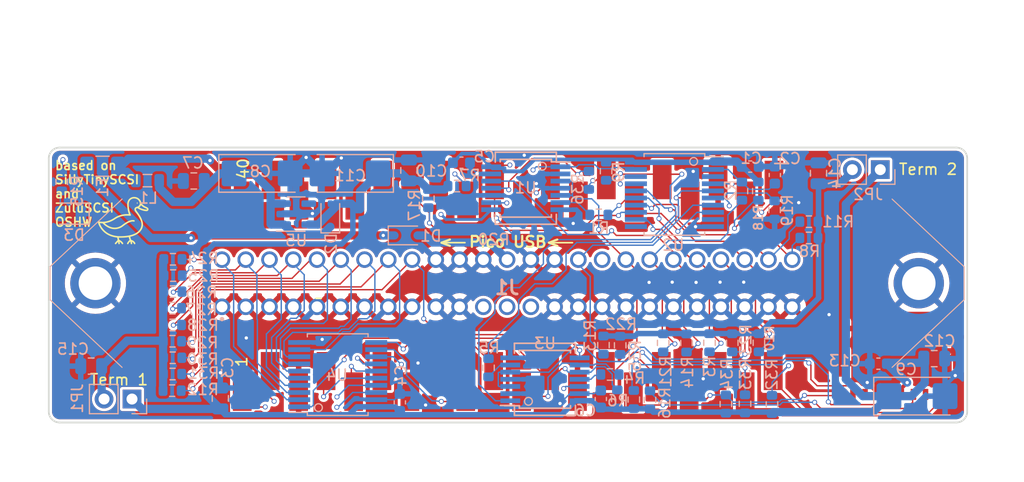
<source format=kicad_pcb>
(kicad_pcb (version 20221018) (generator pcbnew)
  (title_block (title "SIllyTinySCSI") (date "2023-11-15") (rev "V2.0"))
  (layers (0 "F.Cu" signal "Top") (1 "In1.Cu" signal) (2 "In2.Cu" signal) (31 "B.Cu" signal "Bottom") (35 "F.Paste" user) (36 "B.SilkS" user "B.Silkscreen") (37 "F.SilkS" user "F.Silkscreen") (38 "B.Mask" user) (39 "F.Mask" user) (44 "Edge.Cuts" user))
  (property "Copyright" "")
  (property "License" "Licensed under CERN Open Hardware License Strongly Reciprocal Version 2")
  (property "LicenseURL" "https://spdx.org/licenses/CERN-OHL-S-2.0.html")
  (property "Model" "SillyTinySCSI")
  (property "Url" "http://zuluscsi.com/oshw")
  (net 0 "")
  (net 1 "GND")
  (net 2 "~{SCSI_DB0}")
  (net 3 "~{SCSI_DB1}")
  (net 4 "~{SCSI_DB2}")
  (net 5 "~{SCSI_DB3}")
  (net 6 "~{SCSI_DB4}")
  (net 7 "~{SCSI_DB5}")
  (net 8 "~{SCSI_DB6}")
  (net 9 "~{SCSI_DB7}")
  (net 10 "~{SCSI_DBP}")
  (net 11 "Net-(D3-A)")
  (net 12 "TERMPWR_5V")
  (net 13 "~{SCSI_ATN}")
  (net 14 "~{SCSI_BSY}")
  (net 15 "~{SCSI_ACK}")
  (net 16 "~{SCSI_RST}")
  (net 17 "~{SCSI_MSG}")
  (net 18 "~{SCSI_SEL}")
  (net 19 "~{SCSI_REQ}")
  (net 20 "~{OUT_BSY}")
  (net 21 "~{OUT_SEL}")
  (net 22 "+2V8")
  (net 24 "~{RC_ACK}")
  (net 25 "~{SCSI_IO}")
  (net 26 "~{SCSI_CD}")
  (net 27 "/cpu/SDIO_D1")
  (net 28 "/cpu/SDIO_D0")
  (net 29 "/cpu/SDIO_CLK")
  (net 30 "/cpu/SDIO_CMD")
  (net 31 "/cpu/SDIO_D3")
  (net 32 "/cpu/SDIO_D2")
  (net 33 "Net-(R1-Pad2)")
  (net 34 "~{GPIO_IO}")
  (net 35 "~{GPIO_ACK}")
  (net 36 "/cpu/LED_SWO")
  (net 38 "~{GPIO_DBP}")
  (net 39 "Net-(R4-Pad1)")
  (net 40 "~{DBGLOG}")
  (net 41 "Net-(R5-Pad2)")
  (net 42 "~{IN_RST}")
  (net 43 "~{GPIO_DB0}")
  (net 44 "~{GPIO_DB1}")
  (net 45 "~{GPIO_DB2}")
  (net 46 "~{GPIO_DB3}")
  (net 47 "~{GPIO_DB4}")
  (net 48 "~{GPIO_DB5}")
  (net 49 "~{GPIO_DB6}")
  (net 50 "~{GPIO_DB7}")
  (net 52 "~{GPIO_MSG_BSY}")
  (net 53 "~{GPIO_CD_SEL}")
  (net 55 "~{GPIO_ATN}")
  (net 56 "~{DATA_DIR}")
  (net 62 "Net-(D1-K)")
  (net 63 "/power/5V_REG")
  (net 64 "+5VP")
  (net 65 "Net-(U6-GPIO21)")
  (net 66 "Net-(R15-Pad2)")
  (net 73 "Net-(JP1-B)")
  (net 74 "Net-(JP2-B)")
  (footprint "ZuluSCSI:duck" (layer "F.Cu") (at 99.769722 56.859297)
    (fp_text reference "G***" hide)
    (fp_text value "LOGO" hide)
  )
  (footprint "MicroSD:microsd_molex_1051620001" (layer "F.Cu") (at 170.15 69.12)
    (fp_text reference "J2" hide)
    (fp_text value "Micro_SD_Card_Det1" hide)
  )
  (footprint "MCU_RaspberryPi_and_Boards:RPi_Pico_W_SMD headers" (layer "F.Cu") (at 134.8 62.8 90)
    (fp_text reference "U6" hide)
    (fp_text value "Pico W" hide)
  )
  (footprint "Resistor_SMD:R_0603_1608Metric" (layer "B.Cu") (at 94.18 53.37 90)
    (fp_text reference "R15")
    (fp_text value "51")
  )
  (footprint "Capacitor_SMD:C_0603_1608Metric" (layer "B.Cu") (at 124.92 73.42 90)
    (fp_text reference "C4")
    (fp_text value "100nF")
  )
  (footprint "Resistor_SMD:R_0603_1608Metric" (layer "B.Cu") (at 104.22 72.35 180)
    (fp_text reference "R12")
    (fp_text value "110")
  )
  (footprint "Capacitor_SMD:C_0603_1608Metric" (layer "B.Cu") (at 130.52 51.63)
    (fp_text reference "C5")
    (fp_text value "100nF")
  )
  (footprint "Resistor_SMD:R_0603_1608Metric" (layer "B.Cu") (at 143.43 68.21 90)
    (fp_text reference "R13")
    (fp_text value "110")
  )
  (footprint "Capacitor_SMD:C_0805_2012Metric" (layer "B.Cu") (at 108.6 73.06 90)
    (fp_text reference "C3")
    (fp_text value "10uF")
  )
  (footprint "Capacitor_SMD:C_0603_1608Metric" (layer "B.Cu") (at 168.42 69.9)
    (fp_text reference "C13")
    (fp_text value "100nF")
  )
  (footprint "Capacitor_SMD:C_0805_2012Metric" (layer "B.Cu") (at 173.5 69.44 180)
    (fp_text reference "C12")
    (fp_text value "10uF")
  )
  (footprint "Resistor_SMD:R_0603_1608Metric" (layer "B.Cu") (at 156.02 54.21 90)
    (fp_text reference "R2")
    (fp_text value "110")
  )
  (footprint "LED_SMD:LED_0805_2012Metric" (layer "B.Cu") (at 94.99 56.26 180)
    (fp_text reference "D3")
    (fp_text value "LED")
  )
  (footprint "Capacitor_SMD:C_0805_2012Metric" (layer "B.Cu") (at 125.74 52.33 90)
    (fp_text reference "C10")
    (fp_text value "10uF")
  )
  (footprint "Capacitor_SMD:C_0603_1608Metric" (layer "B.Cu") (at 159.01 52.75 90)
    (fp_text reference "C2")
    (fp_text value "12pF")
  )
  (footprint "Diode_SMD:D_SOD-323" (layer "B.Cu") (at 118.6 56.4 90)
    (fp_text reference "D2")
    (fp_text value "D_Schottky")
  )
  (footprint "Capacitor_SMD:C_0603_1608Metric" (layer "B.Cu") (at 156.77 51.98)
    (fp_text reference "C1")
    (fp_text value "100nF")
  )
  (footprint "Capacitor_SMD:C_0603_1608Metric" (layer "B.Cu") (at 143.19 73.11 -90)
    (fp_text reference "C6")
    (fp_text value "100nF")
  )
  (footprint "Resistor_SMD:R_0603_1608Metric" (layer "B.Cu") (at 143.01 56.37 180)
    (fp_text reference "R1")
    (fp_text value "1k")
  )
  (footprint "Resistor_SMD:R_0603_1608Metric" (layer "B.Cu") (at 132.98 70.27 -90)
    (fp_text reference "R5")
    (fp_text value "1k")
  )
  (footprint "Resistor_SMD:R_0603_1608Metric" (layer "B.Cu") (at 144.02 70.88)
    (fp_text reference "R4")
    (fp_text value "1k")
  )
  (footprint "Resistor_SMD:R_0603_1608Metric" (layer "B.Cu") (at 144.69 73.105 90)
    (fp_text reference "R6")
    (fp_text value "4k7")
  )
  (footprint "Resistor_SMD:R_0603_1608Metric" (layer "B.Cu") (at 130.12 53.75)
    (fp_text reference "R7")
    (fp_text value "4k7")
  )
  (footprint "Resistor_SMD:R_0603_1608Metric" (layer "B.Cu") (at 143.67 52.4 -90)
    (fp_text reference "R9")
    (fp_text value "4k7")
  )
  (footprint "ZuluSCSI:SSOP_TSSOP-20_5.3x7.2mm_P0.65mm" (layer "B.Cu") (at 149.88 54.515 180)
    (fp_text reference "U2")
    (fp_text value "74LVT245")
  )
  (footprint "ZuluSCSI:SSOP_TSSOP-20_5.3x7.2mm_P0.65mm" (layer "B.Cu") (at 119.27 70.895)
    (fp_text reference "U4")
    (fp_text value "74LVT245")
  )
  (footprint "Resistor_SMD:R_0603_1608Metric" (layer "B.Cu") (at 136.3 58.21)
    (fp_text reference "R20")
    (fp_text value "1k")
  )
  (footprint "Resistor_SMD:R_0603_1608Metric" (layer "B.Cu") (at 157.51 54.21 -90)
    (fp_text reference "R18")
    (fp_text value "4k7")
  )
  (footprint "Resistor_SMD:R_0603_1608Metric" (layer "B.Cu") (at 158.99 55.93 90)
    (fp_text reference "R19")
    (fp_text value "4k7")
  )
  (footprint "Inductor_SMD:L_0805_2012Metric" (layer "B.Cu") (at 101.98 53.26 180)
    (fp_text reference "L1")
    (fp_text value "Ferrite_Bead_Small")
  )
  (footprint "Capacitor_SMD:C_0805_2012Metric" (layer "B.Cu") (at 96.86 70.12 180)
    (fp_text reference "C15")
    (fp_text value "10uF")
  )
  (footprint "Resistor_SMD:R_0603_1608Metric" (layer "B.Cu") (at 104.26 70.84 180)
    (fp_text reference "R31")
    (fp_text value "110")
  )
  (footprint "Resistor_SMD:R_0603_1608Metric" (layer "B.Cu") (at 150.98 68.02 90)
    (fp_text reference "R14")
    (fp_text value "110")
  )
  (footprint "Centronics:111050113L001" (layer "B.Cu") (at 108.75 64.73)
    (fp_text reference "J1")
    (fp_text value "Centronics50_Plug" hide)
  )
  (footprint "Resistor_SMD:R_0603_1608Metric" (layer "B.Cu") (at 104.25 64.85 180)
    (fp_text reference "R27")
    (fp_text value "110")
  )
  (footprint "Diode_SMD:D_SOD-323" (layer "B.Cu") (at 125.48 58.24)
    (fp_text reference "D1")
    (fp_text value "D_Schottky")
  )
  (footprint "Resistor_SMD:R_0603_1608Metric" (layer "B.Cu") (at 157.56 68 90)
    (fp_text reference "R10")
    (fp_text value "110")
  )
  (footprint "Resistor_SMD:R_0603_1608Metric" (layer "B.Cu") (at 104.29 60.41 180)
    (fp_text reference "R24")
    (fp_text value "110")
  )
  (footprint "Capacitor_Tantalum_SMD:CP_EIA-6032-15_Kemet-U_Pad2.25x2.35mm_HandSolder" (layer "B.Cu") (at 112.4 52.6)
    (fp_text reference "C8")
    (fp_text value "220uF")
  )
  (footprint "Capacitor_SMD:C_0805_2012Metric" (layer "B.Cu") (at 106.19 53.29 180)
    (fp_text reference "C7")
    (fp_text value "10uF")
  )
  (footprint "Resistor_SMD:R_0603_1608Metric" (layer "B.Cu") (at 153.07 68 90)
    (fp_text reference "R3")
    (fp_text value "110")
  )
  (footprint "Package_TO_SOT_SMD:SOT-23-5" (layer "B.Cu") (at 115.5 56.3)
    (fp_text reference "U5")
    (fp_text value "TLV75728PDBVR")
  )
  (footprint "Connector_PinHeader_2.54mm:PinHeader_1x02_P2.54mm_Vertical" (layer "B.Cu") (at 100.57 73.115 90)
    (fp_text reference "JP1")
    (fp_text value "Term 1")
  )
  (footprint "Resistor_SMD:R_0603_1608Metric" (layer "B.Cu") (at 147.66 73.19 -90)
    (fp_text reference "R16")
    (fp_text value "4k7")
  )
  (footprint "Resistor_SMD:R_0603_1608Metric" (layer "B.Cu") (at 104.31 61.89 180)
    (fp_text reference "R25")
    (fp_text value "110")
  )
  (footprint "Resistor_SMD:R_0603_1608Metric" (layer "B.Cu") (at 104.25 66.38 180)
    (fp_text reference "R28")
    (fp_text value "110")
  )
  (footprint "Resistor_SMD:R_0603_1608Metric" (layer "B.Cu") (at 104.27 69.36 180)
    (fp_text reference "R30")
    (fp_text value "110")
  )
  (footprint "Resistor_SMD:R_0603_1608Metric" (layer "B.Cu") (at 158.75 73.6 -90)
    (fp_text reference "R32")
    (fp_text value "4k7")
  )
  (footprint "Capacitor_Tantalum_SMD:CP_EIA-6032-15_Kemet-U_Pad2.25x2.35mm_HandSolder" (layer "B.Cu") (at 171.935 72.85)
    (fp_text reference "C9")
    (fp_text value "220uF")
  )
  (footprint "Resistor_SMD:R_0603_1608Metric" (layer "B.Cu") (at 127.51 54.89 -90)
    (fp_text reference "R17")
    (fp_text value "4k7")
  )
  (footprint "Connector_PinHeader_2.54mm:PinHeader_1x02_P2.54mm_Vertical" (layer "B.Cu") (at 168.595 52.26 90)
    (fp_text reference "JP2")
    (fp_text value "Term 2")
  )
  (footprint "Capacitor_Tantalum_SMD:CP_EIA-6032-15_Kemet-U_Pad2.25x2.35mm_HandSolder" (layer "B.Cu") (at 120.4 52.6 180)
    (fp_text reference "C11")
    (fp_text value "220uF")
  )
  (footprint "Capacitor_SMD:C_0805_2012Metric" (layer "B.Cu") (at 162.98 52.59 90)
    (fp_text reference "C14")
    (fp_text value "10uF")
  )
  (footprint "Resistor_SMD:R_0603_1608Metric" (layer "B.Cu") (at 142.1 53.23 90)
    (fp_text reference "R36")
    (fp_text value "4k7")
  )
  (footprint "Resistor_SMD:R_0603_1608Metric" (layer "B.Cu") (at 144.95 68.23 90)
    (fp_text reference "R22")
    (fp_text value "110")
  )
  (footprint "Resistor_SMD:R_0603_1608Metric" (layer "B.Cu") (at 104.29 63.35 180)
    (fp_text reference "R26")
    (fp_text value "110")
  )
  (footprint "ZuluSCSI:SSOP_TSSOP-14_4.4x5mm_Pitch0.65mm_PCBWay-MaskClearance0.22mm" (layer "B.Cu") (at 136.37 53.95 180)
    (fp_text reference "U1")
    (fp_text value "74LVT125")
  )
  (footprint "Resistor_SMD:R_0603_1608Metric" (layer "B.Cu") (at 148.86 68.01 90)
    (fp_text reference "R21")
    (fp_text value "110")
  )
  (footprint "Resistor_SMD:R_0603_1608Metric" (layer "B.Cu") (at 162.11 56.99)
    (fp_text reference "R11")
    (fp_text value "110")
  )
  (footprint "Resistor_SMD:R_0603_1608Metric" (layer "B.Cu") (at 162.11 58.47)
    (fp_text reference "R8")
    (fp_text value "110")
  )
  (footprint "Resistor_SMD:R_0603_1608Metric" (layer "B.Cu") (at 146.19 73.16 -90)
    (fp_text reference "R35")
    (fp_text value "4k7")
  )
  (footprint "ZuluSCSI:SSOP_TSSOP-14_4.4x5mm_Pitch0.65mm_PCBWay-MaskClearance0.22mm" (layer "B.Cu") (at 138.11 71.32)
    (fp_text reference "U3")
    (fp_text value "74LVT125")
  )
  (footprint "Resistor_SMD:R_0603_1608Metric" (layer "B.Cu") (at 154.56 73.57 -90)
    (fp_text reference "R34")
    (fp_text value "4k7")
  )
  (footprint "Resistor_SMD:R_0603_1608Metric" (layer "B.Cu") (at 156.3 73.55 -90)
    (fp_text reference "R33")
    (fp_text value "4k7")
  )
  (footprint "Fuse:Fuse_1206_3216Metric" (layer "B.Cu") (at 97.89 51.95)
    (fp_text reference "F1")
    (fp_text value "500mA Hold")
  )
  (footprint "Resistor_SMD:R_0603_1608Metric" (layer "B.Cu") (at 155.14 68.005 90)
    (fp_text reference "R23")
    (fp_text value "110")
  )
  (footprint "Resistor_SMD:R_0603_1608Metric" (layer "B.Cu") (at 104.25 67.86 180)
    (fp_text reference "R29")
    (fp_text value "110")
  )
  (gr_line (start 159.5 51.7) (end 159 51.7) (stroke (width 0.15)) (layer "B.SilkS"))
  (gr_line (start 159.5 52.2) (end 159.5 51.2) (stroke (width 0.15)) (layer "B.SilkS"))
  (gr_line (start 117.77 63.96) (end 117.3 63.96) (stroke (width 0.15)) (layer "F.SilkS"))
  (gr_line (start 140.61254 58.9) (end 138.5 58.9) (stroke (width 0.15)) (layer "F.SilkS"))
  (gr_line (start 130.839621 58.897454) (end 128.727081 58.897454) (stroke (width 0.15)) (layer "F.SilkS"))
  (gr_arc (start 175.499999 50.25) (mid 176.207105 50.542893) (end 176.499999 51.25) (stroke (width 0.15)) (layer "Edge.Cuts"))
  (gr_line (start 93 51.25) (end 93 74.250001) (stroke (width 0.15)) (layer "Edge.Cuts"))
  (gr_arc (start 93 51.25) (mid 93.292893 50.542894) (end 94 50.25) (stroke (width 0.15)) (layer "Edge.Cuts"))
  (gr_line (start 176.499999 74.249999) (end 176.5 51.25) (stroke (width 0.15)) (layer "Edge.Cuts"))
  (gr_arc (start 94 75.250001) (mid 93.292894 74.957108) (end 93 74.250001) (stroke (width 0.15)) (layer "Edge.Cuts"))
  (gr_line (start 94 50.25) (end 175.499999 50.25) (stroke (width 0.15)) (layer "Edge.Cuts"))
  (gr_line (start 175.499999 75.249999) (end 94 75.250001) (stroke (width 0.15)) (layer "Edge.Cuts"))
  (gr_arc (start 176.499999 74.249999) (mid 176.207106 74.957105) (end 175.499999 75.249999) (stroke (width 0.15)) (layer "Edge.Cuts"))
  (gr_text "\n" (at 149.3 71.4 270) (layer "B.SilkS") (effects (font (size 2.1 1.4) (thickness 0.125)) (justify left mirror)))
  (gr_text "based on\nSillyTinySCSI\nand \nZuluSCSI\nOSHW" (at 93.49 57.5) (layer "F.SilkS") (effects (font (size 0.8 0.8)) (justify left bottom)))
  (gr_text "<  Pico USB<" (at 128.339621 59.414595) (layer "F.SilkS") (effects (font (size 1 1) (thickness 0.2) bold) (justify left bottom)))
  (gr_text "Term 2" (at 170.2 52.81) (layer "F.SilkS") (effects (font (size 1 1)) (justify left bottom)))
  (gr_text "Term 1" (at 96.64 71.94) (layer "F.SilkS") (effects (font (size 1 1)) (justify left bottom)))
  (segment (start 175.41 70.98) (end 175.186 70.98) (width 0.35) (layer "F.Cu") (net 1))
  (segment (start 141.15 56.669998) (end 140.68 57.139998) (width 0.25) (layer "F.Cu") (net 1))
  (segment (start 124.6 55.5) (end 124.4 55.7) (width 0.5) (layer "F.Cu") (net 1))
  (segment (start 115.9 54.04) (end 115.9 51.65) (width 0.65) (layer "F.Cu") (net 1))
  (segment (start 124.6 53.2668) (end 124.6 55.5) (width 0.5) (layer "F.Cu") (net 1))
  (segment (start 175.186 70.98) (end 174.908 70.702) (width 0.35) (layer "F.Cu") (net 1))
  (segment (start 128.37 72.55) (end 127.26 73.66) (width 0.35) (layer "F.Cu") (net 1))
  (segment (start 140.68 57.15) (end 140.68 54.66) (width 0.25) (layer "F.Cu") (net 1))
  (segment (start 140.68 57.139998) (end 140.68 57.15) (width 0.25) (layer "F.Cu") (net 1))
  (segment (start 168.31 72.69) (end 168.31 72.51) (width 0.35) (layer "F.Cu") (net 1))
  (segment (start 127.03 52.3) (end 125.567 52.3) (width 0.5) (layer "F.Cu") (net 1))
  (segment (start 126.51 69.84) (end 126.57 69.9) (width 0.35) (layer "F.Cu") (net 1))
  (segment (start 128.37 71.45) (end 128.12 71.45) (width 0.35) (layer "F.Cu") (net 1))
  (segment (start 174.908 70.702) (end 174.908 69.402) (width 0.35) (layer "F.Cu") (net 1))
  (segment (start 128.37 71.45) (end 128.37 72.55) (width 0.35) (layer "F.Cu") (net 1))
  (segment (start 140.68 54.66) (end 141.15 54.19) (width 0.25) (layer "F.Cu") (net 1))
  (segment (start 127.74 51.59) (end 128.45 52.3) (width 0.5) (layer "F.Cu") (net 1))
  (segment (start 115.75 55.027) (end 116.973 56.25) (width 0.6) (layer "F.Cu") (net 1))
  (segment (start 152.5 71.27) (end 153.59 71.27) (width 0.5) (layer "F.Cu") (net 1))
  (segment (start 115.9 51.65) (end 116.4 51.15) (width 0.65) (layer "F.Cu") (net 1))
  (segment (start 140.68 57.15) (end 140.669998 57.15) (width 0.25) (layer "F.Cu") (net 1))
  (segment (start 126.57 69.84) (end 126.51 69.84) (width 0.35) (layer "F.Cu") (net 1))
  (segment (start 127.74 51.59) (end 127.03 52.3) (width 0.5) (layer "F.Cu") (net 1))
  (segment (start 168.31 72.51) (end 167.41 71.61) (width 0.35) (layer "F.Cu") (net 1))
  (segment (start 153.59 71.27) (end 153.77 71.45) (width 0.5) (layer "F.Cu") (net 1))
  (segment (start 151.71 52.3) (end 151.59 52.42) (width 0.5) (layer "F.Cu") (net 1))
  (segment (start 126.57 69.9) (end 126.57 69.84) (width 0.35) (layer "F.Cu") (net 1))
  (segment (start 117.86 67.69) (end 115.72 69.83) (width 0.25) (layer "F.Cu") (net 1))
  (segment (start 153.85 52.3) (end 151.71 52.3) (width 0.5) (layer "F.Cu") (net 1))
  (segment (start 125.567 52.3) (end 124.6 53.2668) (width 0.5) (layer "F.Cu") (net 1))
  (segment (start 128.12 71.45) (end 126.57 69.9) (width 0.35) (layer "F.Cu") (net 1))
  (segment (start 115.72 69.83) (end 115.72 73.34) (width 0.25) (layer "F.Cu") (net 1))
  (segment (start 174.908 69.402) (end 175.57 68.74) (width 0.35) (layer "F.Cu") (net 1))
  (via (at 136.23 50.95) (size 0.45) (drill 0.3) (layers "F.Cu" "B.Cu") (net 1))
  (via (at 175.41 70.98) (size 0.6) (drill 0.3) (layers "F.Cu" "B.Cu") (net 1))
  (via (at 140.68 57.15) (size 0.45) (drill 0.3) (layers "F.Cu" "B.Cu") (net 1))
  (via (at 131.94 52.61) (size 0.45) (drill 0.3) (layers "F.Cu" "B.Cu") (net 1))
  (via (at 151.8 57.445) (size 0.45) (drill 0.3) (layers "F.Cu" "B.Cu") (net 1))
  (via (at 163.94 65.44) (size 0.45) (drill 0.3) (layers "F.Cu" "B.Cu") (net 1))
  (via (at 127.26 73.66) (size 0.45) (drill 0.3) (layers "F.Cu" "B.Cu") (net 1))
  (via (at 137.33 53.53) (size 0.45) (drill 0.3) (layers "F.Cu" "B.Cu") (net 1))
  (via (at 126.57 69.84) (size 0.45) (drill 0.3) (layers "F.Cu" "B.Cu") (net 1))
  (via (at 154.03 62.49) (size 0.45) (drill 0.3) (layers "F.Cu" "B.Cu") (net 1))
  (via (at 119.6 51.2) (size 0.6) (drill 0.3) (layers "F.Cu" "B.Cu") (net 1))
  (via (at 156.18 62.49) (size 0.45) (drill 0.3) (layers "F.Cu" "B.Cu") (net 1))
  (via (at 167.41 71.61) (size 0.6) (drill 0.3) (layers "F.Cu" "B.Cu") (net 1))
  (via (at 117.86 67.69) (size 0.45) (drill 0.3) (layers "F.Cu" "B.Cu") (net 1))
  (via (at 151.85 62.51) (size 0.45) (drill 0.3) (layers "F.Cu" "B.Cu") (net 1))
  (via (at 149.68 62.49) (size 0.45) (drill 0.3) (layers "F.Cu" "B.Cu") (net 1))
  (via (at 147.58 62.51) (size 0.45) (drill 0.3) (layers "F.Cu" "B.Cu") (net 1))
  (via (at 151.59 52.42) (size 0.45) (drill 0.3) (layers "F.Cu" "B.Cu") (net 1))
  (via (at 161.18 55.26) (size 0.45) (drill 0.3) (layers "F.Cu" "B.Cu") (net 1))
  (via (at 124.56 71.29) (size 0.45) (drill 0.3) (layers "F.Cu" "B.Cu") (net 1))
  (via (at 108.61 70.72) (size 0.45) (drill 0.3) (layers "F.Cu" "B.Cu") (net 1))
  (via (at 110.96 67.56) (size 0.45) (drill 0.3) (layers "F.Cu" "B.Cu") (net 1))
  (via (at 139.48 73.52) (size 0.45) (drill 0.3) (layers "F.Cu" "B.Cu") (net 1))
  (via (at 152.5 71.27) (size 0.45) (drill 0.3) (layers "F.Cu" "B.Cu") (net 1))
  (via (at 116.973 56.25) (size 0.6) (drill 0.3) (layers "F.Cu" "B.Cu") (net 1))
  (via (at 116.4 51.15) (size 0.6) (drill 0.3) (layers "F.Cu" "B.Cu") (net 1))
  (segment (start 154.12 64.72) (end 154.11 64.73) (width 0.35) (layer "B.Cu") (net 1))
  (segment (start 137.77 53.95) (end 139.52 53.95) (width 0.127) (layer "B.Cu") (net 1))
  (segment (start 115.5 56.25) (end 116.973 56.25) (width 0.6) (layer "B.Cu") (net 1))
  (segment (start 118.2 52.6) (end 119.6 51.2) (width 0.75) (layer "B.Cu") (net 1))
  (segment (start 117.85 52.6) (end 114.95 52.6) (width 0.75) (layer "B.Cu") (net 1))
  (segment (start 108.6 70.73) (end 108.61 70.72) (width 0.127) (layer "B.Cu") (net 1))
  (segment (start 142.86 72.365) (end 143.37 72.365) (width 0.127) (layer "B.Cu") (net 1))
  (segment (start 147.7 64.08) (end 147.7 64.49) (width 0.127) (layer "B.Cu") (net 1))
  (segment (start 143.38 64.13) (end 143.38 64.49) (width 0.127) (layer "B.Cu") (net 1))
  (segment (start 152.02 64.08) (end 152.02 64.49) (width 0.127) (layer "B.Cu") (net 1))
  (segment (start 115.5 56.25) (end 115.5 53.15) (width 0.6) (layer "B.Cu") (net 1))
  (segment (start 131.295 51.965) (end 131.94 52.61) (width 0.127) (layer "B.Cu") (net 1))
  (segment (start 128.26 64.49) (end 128.26 64.21) (width 0.5) (layer "B.Cu") (net 1))
  (segment (start 159.005 51.98) (end 159.01 51.975) (width 0.5) (layer "B.Cu") (net 1))
  (segment (start 137.33 53.53) (end 137.33 53.51) (width 0.127) (layer "B.Cu") (net 1))
  (segment (start 124.435 73.17) (end 124.91 72.695) (width 0.127) (layer "B.Cu") (net 1))
  (segment (start 137.35 53.53) (end 137.77 53.95) (width 0.127) (layer "B.Cu") (net 1))
  (segment (start 151.94 64.72) (end 151.95 64.73) (width 0.35) (layer "B.Cu") (net 1))
  (segment (start 137.33 53.53) (end 137.35 53.53) (width 0.127) (layer "B.Cu") (net 1))
  (segment (start 108.61 70.72) (end 108.6 70.71) (width 0.127) (layer "B.Cu") (net 1))
  (segment (start 108.6 70.66) (end 108.61 70.65) (width 0.127) (layer "B.Cu") (net 1))
  (segment (start 114.362 56.25) (end 115.5 56.25) (width 0.6) (layer "B.Cu") (net 1))
  (segment (start 160.66 64.19) (end 160.66 64.49) (width 0.127) (layer "B.Cu") (net 1))
  (segment (start 117.85 52.6) (end 116.4 51.15) (width 0.75) (layer "B.Cu") (net 1))
  (segment (start 145.54 64.08) (end 145.54 64.49) (width 0.127) (layer "B.Cu") (net 1))
  (segment (start 116.973 56.25) (end 117.220158 56.25) (width 0.5) (layer "B.Cu") (net 1))
  (segment (start 117.75 52.7) (end 117.85 52.6) (width 0.5) (layer "B.Cu") (net 1))
  (segment (start 137.33 53.51) (end 137.32 53.5) (width 0.127) (layer "B.Cu") (net 1))
  (segment (start 131.94 52.61) (end 131.98 52.65) (width 0.127) (layer "B.Cu") (net 1))
  (segment (start 108.6 72.11) (end 108.6 70.73) (width 0.127) (layer "B.Cu") (net 1))
  (segment (start 142.605 72.62) (end 142.86 72.365) (width 0.127) (layer "B.Cu") (net 1))
  (segment (start 117.220158 56.25) (end 117.75 55.720158) (width 0.5) (layer "B.Cu") (net 1))
  (segment (start 141.26 72.62) (end 142.605 72.62) (width 0.127) (layer "B.Cu") (net 1))
  (segment (start 131.98 52.65) (end 133.22 52.65) (width 0.127) (layer "B.Cu") (net 1))
  (segment (start 149.83 64.69) (end 149.79 64.73) (width 0.35) (layer "B.Cu") (net 1))
  (segment (start 149.86 64.13) (end 149.86 64.49) (width 0.127) (layer "B.Cu") (net 1))
  (segment (start 130.645 64.1497) (end 130.645 65.055) (width 0.127) (layer "B.Cu") (net 1))
  (segment (start 151.8 57.445) (end 153.31 57.445) (width 0.127) (layer "B.Cu") (net 1))
  (segment (start 158.5 64.87921) (end 158.5 64.49) (width 0.127) (layer "B.Cu") (net 1))
  (segment (start 117.75 55.720158) (end 117.75 52.7) (width 0.5) (layer "B.Cu") (net 1))
  (segment (start 108.6 70.71) (end 108.6 70.66) (width 0.127) (layer "B.Cu") (net 1))
  (segment (start 114.95 52.6) (end 116.4 51.15) (width 0.65) (layer "B.Cu") (net 1))
  (segment (start 174.485 72.85) (end 174.485 71.905) (width 0.35) (layer "B.Cu") (net 1))
  (segment (start 139.48 73.52) (end 140.38 72.62) (width 0.127) (layer "B.Cu") (net 1))
  (segment (start 157.545 51.98) (end 159.005 51.98) (width 0.5) (layer "B.Cu") (net 1))
  (segment (start 122.77 73.17) (end 124.435 73.17) (width 0.127) (layer "B.Cu") (net 1))
  (segment (start 174.485 71.905) (end 175.41 70.98) (width 0.35) (layer "B.Cu") (net 1))
  (segment (start 131.295 51.63) (end 131.295 51.965) (width 0.127) (layer "B.Cu") (net 1))
  (segment (start 140.38 72.62) (end 141.26 72.62) (width 0.127) (layer "B.Cu") (net 1))
  (segment (start 108.75 60.44) (end 106.25 60.44) (width 0.127) (layer "F.Cu") (net 2))
  (segment (start 106.21 60.45) (end 106.21 60.4) (width 0.127) (layer "F.Cu") (net 2))
  (segment (start 106.25 60.44) (end 106.26 60.45) (width 0.127) (layer "F.Cu") (net 2))
  (segment (start 106.21 60.4) (end 106.24 60.43) (width 0.127) (layer "F.Cu") (net 2))
  (segment (start 106.26 60.45) (end 106.21 60.45) (width 0.127) (layer "F.Cu") (net 2))
  (via (at 106.21 60.45) (size 0.45) (drill 0.3) (layers "F.Cu" "B.Cu") (net 2))
  (segment (start 114.643 73.17) (end 109.81 68.337) (width 0.127) (layer "B.Cu") (net 2))
  (segment (start 108.75 60.77) (end 108.75 60.44) (width 0.127) (layer "B.Cu") (net 2))
  (segment (start 105.115 60.41) (end 106.17 60.41) (width 0.127) (layer "B.Cu") (net 2))
  (segment (start 109.81 61.83) (end 108.75 60.77) (width 0.127) (layer "B.Cu") (net 2))
  (segment (start 106.17 60.41) (end 106.21 60.45) (width 0.127) (layer "B.Cu") (net 2))
  (segment (start 109.81 68.337) (end 109.81 61.83) (width 0.127) (layer "B.Cu") (net 2))
  (segment (start 115.77 73.17) (end 114.643 73.17) (width 0.127) (layer "B.Cu") (net 2))
  (segment (start 105.92 61.22) (end 105.92 61.2) (width 0.127) (layer "F.Cu") (net 3))
  (segment (start 105.92 61.2) (end 105.9 61.2) (width 0.127) (layer "F.Cu") (net 3))
  (segment (start 106.0805 61.3805) (end 105.92 61.22) (width 0.127) (layer "F.Cu") (net 3))
  (segment (start 106.2605 61.3805) (end 106.0805 61.3805) (width 0.127) (layer "F.Cu") (net 3))
  (segment (start 110.91 60.44) (end 109.9695 61.3805) (width 0.127) (layer "F.Cu") (net 3))
  (segment (start 105.9 61.2) (end 105.92 61.22) (width 0.127) (layer "F.Cu") (net 3))
  (segment (start 109.9695 61.3805) (end 106.2605 61.3805) (width 0.127) (layer "F.Cu") (net 3))
  (via (at 105.92 61.2) (size 0.45) (drill 0.3) (layers "F.Cu" "B.Cu") (net 3))
  (segment (start 110.91 60.79) (end 110.91 60.44) (width 0.127) (layer "B.Cu") (net 3))
  (segment (start 111.926637 61.806637) (end 110.91 60.79) (width 0.127) (layer "B.Cu") (net 3))
  (segment (start 111.926637 61.806637) (end 111.926637 65.856637) (width 0.127) (layer "B.Cu") (net 3))
  (segment (start 114.643 72.52) (end 111.97 69.847) (width 0.127) (layer "B.Cu") (net 3))
  (segment (start 105.135 61.89) (end 105.23 61.89) (width 0.127) (layer "B.Cu") (net 3))
  (segment (start 105.23 61.89) (end 105.92 61.2) (width 0.127) (layer "B.Cu") (net 3))
  (segment (start 111.926637 65.856637) (end 111.97 65.9) (width 0.127) (layer "B.Cu") (net 3))
  (segment (start 111.97 69.847) (end 111.97 65.9) (width 0.127) (layer "B.Cu") (net 3))
  (segment (start 115.77 72.52) (end 114.643 72.52) (width 0.127) (layer "B.Cu") (net 3))
  (segment (start 104.33 63.41) (end 104.33 63.41) (width 0.127) (layer "F.Cu") (net 4))
  (segment (start 111.8755 61.6345) (end 107.39 61.6345) (width 0.127) (layer "F.Cu") (net 4))
  (segment (start 104.33 63.4) (end 104.33 63.41) (width 0.127) (layer "F.Cu") (net 4))
  (segment (start 113.07 60.44) (end 111.8755 61.6345) (width 0.127) (layer "F.Cu") (net 4))
  (segment (start 107.39 61.6345) (end 106.1055 61.6345) (width 0.127) (layer "F.Cu") (net 4))
  (segment (start 104.34 63.4) (end 104.33 63.4) (width 0.127) (layer "F.Cu") (net 4))
  (segment (start 106.1055 61.6345) (end 104.34 63.4) (width 0.127) (layer "F.Cu") (net 4))
  (via (at 104.33 63.4) (size 0.45) (drill 0.3) (layers "F.Cu" "B.Cu") (net 4))
  (segment (start 113.07 60.77) (end 113.07 60.44) (width 0.127) (layer "B.Cu") (net 4))
  (segment (start 114.14 65.85) (end 114.14 61.84) (width 0.127) (layer "B.Cu") (net 4))
  (segment (start 104.38 63.35) (end 104.33 63.4) (width 0.127) (layer "B.Cu") (net 4))
  (segment (start 114.14 61.84) (end 113.07 60.77) (width 0.127) (layer "B.Cu") (net 4))
  (segment (start 112.79 67.2) (end 114.14 65.85) (width 0.127) (layer "B.Cu") (net 4))
  (segment (start 112.79 70.18) (end 112.79 67.2) (width 0.127) (layer "B.Cu") (net 4))
  (segment (start 114.48 71.87) (end 112.79 70.18) (width 0.127) (layer "B.Cu") (net 4))
  (segment (start 105.115 63.35) (end 104.38 63.35) (width 0.127) (layer "B.Cu") (net 4))
  (segment (start 115.77 71.87) (end 114.48 71.87) (width 0.127) (layer "B.Cu") (net 4))
  (segment (start 104.27 64.92) (end 104.28 64.92) (width 0.127) (layer "F.Cu") (net 5))
  (segment (start 108.11 61.8885) (end 107.02545 61.8885) (width 0.127) (layer "F.Cu") (net 5))
  (segment (start 107.02545 61.8885) (end 104.28 64.63395) (width 0.127) (layer "F.Cu") (net 5))
  (segment (start 104.28 64.63395) (end 104.27 64.92) (width 0.127) (layer "F.Cu") (net 5))
  (segment (start 108.11 61.8885) (end 113.7815 61.8885) (width 0.127) (layer "F.Cu") (net 5))
  (segment (start 113.7815 61.8885) (end 115.23 60.44) (width 0.127) (layer "F.Cu") (net 5))
  (via (at 104.27 64.92) (size 0.45) (drill 0.3) (layers "F.Cu" "B.Cu") (net 5))
  (segment (start 114.643 71.22) (end 113.26 69.837) (width 0.127) (layer "B.Cu") (net 5))
  (segment (start 113.26 69.837) (end 113.26 67.52) (width 0.127) (layer "B.Cu") (net 5))
  (segment (start 104.34 64.85) (end 104.27 64.92) (width 0.127) (layer "B.Cu") (net 5))
  (segment (start 115.77 71.22) (end 114.643 71.22) (width 0.127) (layer "B.Cu") (net 5))
  (segment (start 115.510068 65.78) (end 116.226637 65.063431) (width 0.127) (layer "B.Cu") (net 5))
  (segment (start 115.23 60.82) (end 115.23 60.44) (width 0.127) (layer "B.Cu") (net 5))
  (segment (start 115 65.78) (end 115.510068 65.78) (width 0.127) (layer "B.Cu") (net 5))
  (segment (start 113.26 67.52) (end 115 65.78) (width 0.127) (layer "B.Cu") (net 5))
  (segment (start 105.075 64.85) (end 104.34 64.85) (width 0.127) (layer "B.Cu") (net 5))
  (segment (start 116.226637 61.816637) (end 115.23 60.82) (width 0.127) (layer "B.Cu") (net 5))
  (segment (start 116.226637 65.063431) (end 116.226637 61.816637) (width 0.127) (layer "B.Cu") (net 5))
  (segment (start 107.12316 62.15) (end 115.11 62.15) (width 0.127) (layer "F.Cu") (net 6))
  (segment (start 104.33 66.41) (end 104.32 66.42) (width 0.127) (layer "F.Cu") (net 6))
  (segment (start 106.08 63.19316) (end 107.12316 62.15) (width 0.127) (layer "F.Cu") (net 6))
  (segment (start 104.33 66.4) (end 104.34 66.4) (width 0.127) (layer "F.Cu") (net 6))
  (segment (start 104.34 66.4) (end 106.08 64.66) (width 0.127) (layer "F.Cu") (net 6))
  (segment (start 104.33 66.4) (end 104.33 66.41) (width 0.127) (layer "F.Cu") (net 6))
  (segment (start 115.11 62.15) (end 116.82 60.44) (width 0.127) (layer "F.Cu") (net 6))
  (segment (start 116.82 60.44) (end 117.39 60.44) (width 0.127) (layer "F.Cu") (net 6))
  (segment (start 106.08 64.66) (end 106.08 63.19316) (width 0.127) (layer "F.Cu") (net 6))
  (via (at 104.33 66.4) (size 0.45) (drill 0.3) (layers "F.Cu" "B.Cu") (net 6))
  (segment (start 118.3305 61.3805) (end 117.39 60.44) (width 0.127) (layer "B.Cu") (net 6))
  (segment (start 114.643 70.57) (end 113.7 69.627) (width 0.127) (layer "B.Cu") (net 6))
  (segment (start 113.7 67.52) (end 114.9765 66.2435) (width 0.127) (layer "B.Cu") (net 6))
  (segment (start 113.7 69.627) (end 113.7 67.52) (width 0.127) (layer "B.Cu") (net 6))
  (segment (start 115.77 70.57) (end 114.643 70.57) (width 0.127) (layer "B.Cu") (net 6))
  (segment (start 104.35 66.38) (end 104.33 66.4) (width 0.127) (layer "B.Cu") (net 6))
  (segment (start 118.3305 65.8995) (end 118.3305 61.3805) (width 0.127) (layer "B.Cu") (net 6))
  (segment (start 105.075 66.38) (end 104.35 66.38) (width 0.127) (layer "B.Cu") (net 6))
  (segment (start 114.9765 66.2435) (end 117.9865 66.2435) (width 0.127) (layer "B.Cu") (net 6))
  (segment (start 117.9865 66.2435) (end 118.3305 65.8995) (width 0.127) (layer "B.Cu") (net 6))
  (segment (start 117.39 60.8) (end 117.39 60.44) (width 0.127) (layer "B.Cu") (net 6))
  (segment (start 117.586 62.404) (end 107.22837 62.404) (width 0.127) (layer "F.Cu") (net 7))
  (segment (start 119.55 60.44) (end 117.586 62.404) (width 0.127) (layer "F.Cu") (net 7))
  (segment (start 106.372 67.628) (end 106.06 67.94) (width 0.127) (layer "F.Cu") (net 7))
  (segment (start 106.03 67.97) (end 106.06 67.94) (width 0.127) (layer "F.Cu") (net 7))
  (segment (start 106.372 63.26037) (end 106.372 67.628) (width 0.127) (layer "F.Cu") (net 7))
  (segment (start 106.06 67.97) (end 106.03 67.97) (width 0.127) (layer "F.Cu") (net 7))
  (segment (start 106.06 67.94) (end 106.06 67.97) (width 0.127) (layer "F.Cu") (net 7))
  (segment (start 107.22837 62.404) (end 106.372 63.26037) (width 0.127) (layer "F.Cu") (net 7))
  (via (at 106.06 67.97) (size 0.45) (drill 0.3) (layers "F.Cu" "B.Cu") (net 7))
  (segment (start 105.95 67.86) (end 106.06 67.97) (width 0.127) (layer "B.Cu") (net 7))
  (segment (start 114.07 67.6) (end 115 66.67) (width 0.127) (layer "B.Cu") (net 7))
  (segment (start 120.4905 61.3805) (end 119.55 60.44) (width 0.127) (layer "B.Cu") (net 7))
  (segment (start 119.8525 66.4975) (end 120.4905 65.8595) (width 0.127) (layer "B.Cu") (net 7))
  (segment (start 114.643 69.92) (end 114.07 69.347) (width 0.127) (layer "B.Cu") (net 7))
  (segment (start 115.77 69.92) (end 114.643 69.92) (width 0.127) (layer "B.Cu") (net 7))
  (segment (start 115 66.67) (end 119.36158 66.67) (width 0.127) (layer "B.Cu") (net 7))
  (segment (start 105.075 67.86) (end 105.95 67.86) (width 0.127) (layer "B.Cu") (net 7))
  (segment (start 114.07 69.347) (end 114.07 67.6) (width 0.127) (layer "B.Cu") (net 7))
  (segment (start 120.4905 65.8595) (end 120.4905 61.3805) (width 0.127) (layer "B.Cu") (net 7))
  (segment (start 119.55 60.78) (end 119.55 60.44) (width 0.127) (layer "B.Cu") (net 7))
  (segment (start 119.36158 66.67) (end 119.53408 66.4975) (width 0.127) (layer "B.Cu") (net 7))
  (segment (start 119.53408 66.4975) (end 119.8525 66.4975) (width 0.127) (layer "B.Cu") (net 7))
  (segment (start 108.05 62.658) (end 107.33358 62.658) (width 0.127) (layer "F.Cu") (net 8))
  (segment (start 106.626 63.36558) (end 106.626 68.87) (width 0.127) (layer "F.Cu") (net 8))
  (segment (start 106.08 69.47) (end 106.15 69.44) (width 0.127) (layer "F.Cu") (net 8))
  (segment (start 107.33358 62.658) (end 106.626 63.36558) (width 0.127) (layer "F.Cu") (net 8))
  (segment (start 119.492 62.658) (end 108.05 62.658) (width 0.127) (layer "F.Cu") (net 8))
  (segment (start 106.626 68.87) (end 106.626 68.964) (width 0.127) (layer "F.Cu") (net 8))
  (segment (start 106.626 68.964) (end 106.08 69.47) (width 0.127) (layer "F.Cu") (net 8))
  (segment (start 121.71 60.44) (end 119.492 62.658) (width 0.127) (layer "F.Cu") (net 8))
  (via (at 106.08 69.47) (size 0.45) (drill 0.3) (layers "F.Cu" "B.Cu") (net 8))
  (segment (start 119.33079 67.06) (end 119.63929 66.7515) (width 0.127) (layer "B.Cu") (net 8))
  (segment (start 105.095 69.36) (end 105.97 69.36) (width 0.127) (layer "B.Cu") (net 8))
  (segment (start 122.65 61.38) (end 121.71 60.44) (width 0.127) (layer "B.Cu") (net 8))
  (segment (start 120.273988 66.7515) (end 121.205488 65.82) (width 0.127) (layer "B.Cu") (net 8))
  (segment (start 121.205488 65.82) (end 121.950068 65.82) (width 0.127) (layer "B.Cu") (net 8))
  (segment (start 121.950068 65.82) (end 122.65 65.120068) (width 0.127) (layer "B.Cu") (net 8))
  (segment (start 115.17 67.06) (end 119.33079 67.06) (width 0.127) (layer "B.Cu") (net 8))
  (segment (start 121.71 60.85) (end 121.71 60.44) (width 0.127) (layer "B.Cu") (net 8))
  (segment (start 114.39 67.84) (end 115.17 67.06) (width 0.127) (layer "B.Cu") (net 8))
  (segment (start 105.97 69.36) (end 106.08 69.47) (width 0.127) (layer "B.Cu") (net 8))
  (segment (start 119.63929 66.7515) (end 120.273988 66.7515) (width 0.127) (layer "B.Cu") (net 8))
  (segment (start 114.39 69.017) (end 114.39 67.84) (width 0.127) (layer "B.Cu") (net 8))
  (segment (start 122.65 65.120068) (end 122.65 61.38) (width 0.127) (layer "B.Cu") (net 8))
  (segment (start 114.643 69.27) (end 114.39 69.017) (width 0.127) (layer "B.Cu") (net 8))
  (segment (start 115.77 69.27) (end 114.643 69.27) (width 0.127) (layer "B.Cu") (net 8))
  (segment (start 106.08 70.87) (end 106.06 70.89) (width 0.127) (layer "F.Cu") (net 9))
  (segment (start 106.04 70.87) (end 105.98 70.87) (width 0.127) (layer "F.Cu") (net 9))
  (segment (start 106.88 63.47079) (end 106.88 70.32) (width 0.127) (layer "F.Cu") (net 9))
  (segment (start 121.39 62.92) (end 108.22 62.92) (width 0.127) (layer "F.Cu") (net 9))
  (segment (start 123.87 60.44) (end 121.39 62.92) (width 0.127) (layer "F.Cu") (net 9))
  (segment (start 107.43079 62.92) (end 106.88 63.47079) (width 0.127) (layer "F.Cu") (net 9))
  (segment (start 106.88 70.32) (end 106.33 70.87) (width 0.127) (layer "F.Cu") (net 9))
  (segment (start 108.22 62.92) (end 107.43079 62.92) (width 0.127) (layer "F.Cu") (net 9))
  (segment (start 106.06 70.89) (end 106.04 70.87) (width 0.127) (layer "F.Cu") (net 9))
  (segment (start 106.33 70.87) (end 106.08 70.87) (width 0.127) (layer "F.Cu") (net 9))
  (via (at 106.06 70.89) (size 0.45) (drill 0.3) (layers "F.Cu" "B.Cu") (net 9))
  (segment (start 123.87 60.44) (end 124.9 61.47) (width 0.127) (layer "B.Cu") (net 9))
  (segment (start 118.13 68.62) (end 115.77 68.62) (width 0.127) (layer "B.Cu") (net 9))
  (segment (start 124.9 61.47) (end 124.9 65.83) (width 0.127) (layer "B.Cu") (net 9))
  (segment (start 105.085 70.84) (end 106.01 70.84) (width 0.127) (layer "B.Cu") (net 9))
  (segment (start 120.379198 67.0055) (end 119.7445 67.0055) (width 0.127) (layer "B.Cu") (net 9))
  (segment (start 123.87 60.83) (end 123.87 60.44) (width 0.127) (layer "B.Cu") (net 9))
  (segment (start 124.9 65.83) (end 124.4465 66.2835) (width 0.127) (layer "B.Cu") (net 9))
  (segment (start 106.01 70.84) (end 106.06 70.89) (width 0.127) (layer "B.Cu") (net 9))
  (segment (start 121.101198 66.2835) (end 120.379198 67.0055) (width 0.127) (layer "B.Cu") (net 9))
  (segment (start 124.4465 66.2835) (end 121.101198 66.2835) (width 0.127) (layer "B.Cu") (net 9))
  (segment (start 119.7445 67.0055) (end 118.13 68.62) (width 0.127) (layer "B.Cu") (net 9))
  (segment (start 126.03 60.44) (end 123.296 63.174) (width 0.127) (layer "F.Cu") (net 10))
  (segment (start 127.09 65.81) (end 127.12 65.84) (width 0.127) (layer "F.Cu") (net 10))
  (segment (start 139.85 67.26) (end 141.27 68.68) (width 0.127) (layer "F.Cu") (net 10))
  (segment (start 123.296 63.174) (end 107.536 63.174) (width 0.127) (layer "F.Cu") (net 10))
  (segment (start 128.54 67.26) (end 139.85 67.26) (width 0.127) (layer "F.Cu") (net 10))
  (segment (start 127.12 65.84) (end 127.12 65.88) (width 0.127) (layer "F.Cu") (net 10))
  (segment (start 107.16 71.02) (end 106.11 72.07) (width 0.127) (layer "F.Cu") (net 10))
  (segment (start 127.12 65.78) (end 127.09 65.81) (width 0.127) (layer "F.Cu") (net 10))
  (segment (start 106.11 72.07) (end 106.11 72.17) (width 0.127) (layer "F.Cu") (net 10))
  (segment (start 107.16 63.55) (end 107.16 71.02) (width 0.127) (layer "F.Cu") (net 10))
  (segment (start 127.09 65.81) (end 128.54 67.26) (width 0.127) (layer "F.Cu") (net 10))
  (segment (start 106.11 72.17) (end 106.01 72.17) (width 0.127) (layer "F.Cu") (net 10))
  (segment (start 107.536 63.174) (end 107.16 63.55) (width 0.127) (layer "F.Cu") (net 10))
  (via (at 139.82 72.16) (size 0.45) (drill 0.3) (layers "F.Cu" "B.Cu") (net 10))
  (via (at 141.27 68.68) (size 0.45) (drill 0.3) (layers "F.Cu" "B.Cu") (net 10))
  (via (at 127.09 65.81) (size 0.45) (drill 0.3) (layers "F.Cu" "B.Cu") (net 10))
  (via (at 106.11 72.17) (size 0.45) (drill 0.3) (layers "F.Cu" "B.Cu") (net 10))
  (segment (start 105.045 72.35) (end 105.93 72.35) (width 0.127) (layer "B.Cu") (net 10))
  (segment (start 141.26 68.67) (end 141.26 68.59) (width 0.127) (layer "B.Cu") (net 10))
  (segment (start 141.26 68.69) (end 141.27 68.68) (width 0.127) (layer "B.Cu") (net 10))
  (segment (start 140.01 71.97) (end 141.26 71.97) (width 0.127) (layer "B.Cu") (net 10))
  (segment (start 139.82 72.16) (end 140.01 71.97) (width 0.127) (layer "B.Cu") (net 10))
  (segment (start 127.09 61.5) (end 126.03 60.44) (width 0.127) (layer "B.Cu") (net 10))
  (segment (start 141.26 69.37) (end 141.26 68.69) (width 0.127) (layer "B.Cu") (net 10))
  (segment (start 126.03 60.74) (end 126.03 60.44) (width 0.127) (layer "B.Cu") (net 10))
  (segment (start 127.09 65.81) (end 127.09 61.5) (width 0.127) (layer "B.Cu") (net 10))
  (segment (start 141.27 68.68) (end 141.26 68.67) (width 0.127) (layer "B.Cu") (net 10))
  (segment (start 105.93 72.35) (end 106.11 72.17) (width 0.127) (layer "B.Cu") (net 10))
  (segment (start 141.26 68.59) (end 141.27 68.58) (width 0.127) (layer "B.Cu") (net 10))
  (segment (start 94.0525 56.26) (end 94.0525 53.8525) (width 0.127) (layer "B.Cu") (net 11))
  (segment (start 134.67 60.44) (end 133.11 58.88) (width 0.75) (layer "B.Cu") (net 12))
  (segment (start 133.11 58.88) (end 127.88 58.88) (width 0.75) (layer "B.Cu") (net 12))
  (segment (start 127.88 58.88) (end 127.24 58.24) (width 0.75) (layer "B.Cu") (net 12))
  (segment (start 127.24 58.24) (end 126.53 58.24) (width 0.75) (layer "B.Cu") (net 12))
  (segment (start 151.565 55.495) (end 147.93 59.13) (width 0.127) (layer "B.Cu") (net 13))
  (segment (start 142.225 61.965) (end 141.15 60.89) (width 0.127) (layer "B.Cu") (net 13))
  (segment (start 143.43 69.035) (end 142.225 67.83) (width 0.127) (layer "B.Cu") (net 13))
  (segment (start 141.15 60.89) (end 141.15 60.44) (width 0.127) (layer "B.Cu") (net 13))
  (segment (start 147.93 59.13) (end 142.46 59.13) (width 0.127) (layer "B.Cu") (net 13))
  (segment (start 142.46 59.13) (end 141.15 60.44) (width 0.127) (layer "B.Cu") (net 13))
  (segment (start 142.225 67.83) (end 142.225 61.965) (width 0.127) (layer "B.Cu") (net 13))
  (segment (start 153.31 55.495) (end 151.565 55.495) (width 0.127) (layer "B.Cu") (net 13))
  (segment (start 143 57.97) (end 145.47 60.44) (width 0.127) (layer "F.Cu") (net 14))
  (segment (start 143 57.7) (end 143 57.97) (width 0.127) (layer "F.Cu") (net 14))
  (segment (start 146.47 67.97) (end 146.47 61.44) (width 0.127) (layer "F.Cu") (net 14))
  (segment (start 146.12 68.32) (end 146.47 67.97) (width 0.127) (layer "F.Cu") (net 14))
  (segment (start 146.47 61.44) (end 145.47 60.44) (width 0.127) (layer "F.Cu") (net 14))
  (via (at 146.12 68.32) (size 0.45) (drill 0.3) (layers "F.Cu" "B.Cu") (net 14))
  (via (at 143 57.7) (size 0.45) (drill 0.3) (layers "F.Cu" "B.Cu") (net 14))
  (segment (start 140.547 54.6) (end 140.6105 54.5365) (width 0.127) (layer "B.Cu") (net 14))
  (segment (start 140.857 54.91) (end 140.547 54.6) (width 0.127) (layer "B.Cu") (net 14))
  (segment (start 140.6105 54.5365) (end 140.6105 53.3635) (width 0.127) (layer "B.Cu") (net 14))
  (segment (start 140.547 53.3) (end 139.52 53.3) (width 0.127) (layer "B.Cu") (net 14))
  (segment (start 139.52 54.6) (end 140.547 54.6) (width 0.127) (layer "B.Cu") (net 14))
  (segment (start 142.36 54.91) (end 140.857 54.91) (width 0.127) (layer "B.Cu") (net 14))
  (segment (start 143 57.7) (end 143 55.55) (width 0.127) (layer "B.Cu") (net 14))
  (segment (start 143 57.7) (end 143 57.68) (width 0.127) (layer "B.Cu") (net 14))
  (segment (start 145.47 60.8) (end 145.47 60.44) (width 0.127) (layer "B.Cu") (net 14))
  (segment (start 140.6105 53.3635) (end 140.547 53.3) (width 0.127) (layer "B.Cu") (net 14))
  (segment (start 145.385 69.055) (end 146.12 68.32) (width 0.127) (layer "B.Cu") (net 14))
  (segment (start 143 55.55) (end 142.36 54.91) (width 0.127) (layer "B.Cu") (net 14))
  (segment (start 144.95 69.055) (end 145.385 69.055) (width 0.127) (layer "B.Cu") (net 14))
  (segment (start 149.92 68.1) (end 149.92 68) (width 0.127) (layer "F.Cu") (net 15))
  (segment (start 148.78 61.59) (end 147.63 60.44) (width 0.127) (layer "F.Cu") (net 15))
  (segment (start 149.92 68.1) (end 148.78 66.96) (width 0.127) (layer "F.Cu") (net 15))
  (segment (start 148.78 66.96) (end 148.78 61.59) (width 0.127) (layer "F.Cu") (net 15))
  (via (at 149.92 68.1) (size 0.45) (drill 0.3) (layers "F.Cu" "B.Cu") (net 15))
  (segment (start 147.63 60.76) (end 147.63 60.44) (width 0.127) (layer "B.Cu") (net 15))
  (segment (start 154.7445 58.0155) (end 154.07 58.69) (width 0.127) (layer "B.Cu") (net 15))
  (segment (start 149.595 68.1) (end 148.86 68.835) (width 0.127) (layer "B.Cu") (net 15))
  (segment (start 154.07 58.69) (end 149.38 58.69) (width 0.127) (layer "B.Cu") (net 15))
  (segment (start 149.38 58.69) (end 147.63 60.44) (width 0.127) (layer "B.Cu") (net 15))
  (segment (start 155.94 55.17) (end 154.7445 56.3655) (width 0.127) (layer "B.Cu") (net 15))
  (segment (start 149.92 68.1) (end 149.595 68.1) (width 0.127) (layer "B.Cu") (net 15))
  (segment (start 155.94 54.735) (end 155.94 55.17) (width 0.127) (layer "B.Cu") (net 15))
  (segment (start 154.7445 56.3655) (end 154.7445 58.0155) (width 0.127) (layer "B.Cu") (net 15))
  (segment (start 148.264512 58.24) (end 144.6 58.24) (width 0.127) (layer "F.Cu") (net 16))
  (segment (start 152.03 68.06) (end 152.03 67.85) (width 0.127) (layer "F.Cu") (net 16))
  (segment (start 149.79 60.44) (end 149.79 59.765488) (width 0.127) (layer "F.Cu") (net 16))
  (segment (start 152.03 67.85) (end 150.7305 66.5505) (width 0.127) (layer "F.Cu") (net 16))
  (segment (start 150.7305 61.3805) (end 149.79 60.44) (width 0.127) (layer "F.Cu") (net 16))
  (segment (start 144.6 58.24) (end 144.17 57.81) (width 0.127) (layer "F.Cu") (net 16))
  (segment (start 149.79 59.765488) (end 148.264512 58.24) (width 0.127) (layer "F.Cu") (net 16))
  (segment (start 150.7305 66.5505) (end 150.7305 61.3805) (width 0.127) (layer "F.Cu") (net 16))
  (via (at 144.17 57.81) (size 0.45) (drill 0.3) (layers "F.Cu" "B.Cu") (net 16))
  (via (at 152.03 68.06) (size 0.45) (drill 0.3) (layers "F.Cu" "B.Cu") (net 16))
  (segment (start 140.1635 58.1635) (end 143.8765 58.1635) (width 0.127) (layer "B.Cu") (net 16))
  (segment (start 135.3 53.3) (end 140.1635 58.1635) (width 0.127) (layer "B.Cu") (net 16))
  (segment (start 143.8765 58.1635) (end 144.17 57.81) (width 0.127) (layer "B.Cu") (net 16))
  (segment (start 133.22 53.3) (end 135.3 53.3) (width 0.127) (layer "B.Cu") (net 16))
  (segment (start 150.97 68.785) (end 151.305 68.785) (width 0.127) (layer "B.Cu") (net 16))
  (segment (start 151.305 68.785) (end 152.03 68.06) (width 0.127) (layer "B.Cu") (net 16))
  (segment (start 149.79 60.86) (end 149.79 60.44) (width 0.127) (layer "B.Cu") (net 16))
  (segment (start 144.17 57.81) (end 144.12 57.92) (width 0.127) (layer "B.Cu") (net 16))
  (segment (start 154.12 68.04) (end 153.06 66.98) (width 0.127) (layer "F.Cu") (net 17))
  (segment (start 148.71 57.69) (end 151.46 60.44) (width 0.127) (layer "F.Cu") (net 17))
  (segment (start 153.06 61.55) (end 151.95 60.44) (width 0.127) (layer "F.Cu") (net 17))
  (segment (start 153.06 66.98) (end 153.06 61.55) (width 0.127) (layer "F.Cu") (net 17))
  (segment (start 147.93 57.69) (end 148.71 57.69) (width 0.127) (layer "F.Cu") (net 17))
  (segment (start 151.46 60.44) (end 151.95 60.44) (width 0.127) (layer "F.Cu") (net 17))
  (via (at 154.12 68.04) (size 0.45) (drill 0.3) (layers "F.Cu" "B.Cu") (net 17))
  (via (at 147.93 57.69) (size 0.45) (drill 0.3) (layers "F.Cu" "B.Cu") (net 17))
  (segment (start 153.335 68.825) (end 154.12 68.04) (width 0.127) (layer "B.Cu") (net 17))
  (segment (start 147.93 57.394) (end 147.331 56.795) (width 0.127) (layer "B.Cu") (net 17))
  (segment (start 147.331 56.795) (end 146.31 56.795) (width 0.127) (layer "B.Cu") (net 17))
  (segment (start 147.93 57.69) (end 147.96 57.66) (width 0.127) (layer "B.Cu") (net 17))
  (segment (start 147.93 57.69) (end 147.93 57.394) (width 0.127) (layer "B.Cu") (net 17))
  (segment (start 151.95 60.83) (end 151.95 60.44) (width 0.127) (layer "B.Cu") (net 17))
  (segment (start 153.07 68.825) (end 153.335 68.825) (width 0.127) (layer "B.Cu") (net 17))
  (segment (start 155.0505 61.3805) (end 154.11 60.44) (width 0.127) (layer "F.Cu") (net 18))
  (segment (start 155.0505 65.4505) (end 155.0505 61.3805) (width 0.127) (layer "F.Cu") (net 18))
  (segment (start 156.29 66.69) (end 155.0505 65.4505) (width 0.127) (layer "F.Cu") (net 18))
  (segment (start 156.29 69.05) (end 156.29 66.69) (width 0.127) (layer "F.Cu") (net 18))
  (via (at 156.29 69.05) (size 0.45) (drill 0.3) (layers "F.Cu" "B.Cu") (net 18))
  (segment (start 143.762712 69.6765) (end 143.0065 69.6765) (width 0.127) (layer "B.Cu") (net 18))
  (segment (start 156.07 68.83) (end 156.29 69.05) (width 0.127) (layer "B.Cu") (net 18))
  (segment (start 154.11 60.76) (end 154.11 60.44) (width 0.127) (layer "B.Cu") (net 18))
  (segment (start 145.474512 69.7) (end 143.786212 69.7) (width 0.127) (layer "B.Cu") (net 18))
  (segment (start 155.897592 69.3185) (end 155.734092 69.482) (width 0.127) (layer "B.Cu") (net 18))
  (segment (start 156.29 69.05) (end 156.0215 69.3185) (width 0.127) (layer "B.Cu") (net 18))
  (segment (start 133.8695 70.7335) (end 133.933 70.67) (width 0.127) (layer "B.Cu") (net 18))
  (segment (start 147.151988 68.4065) (end 146.768012 68.4065) (width 0.127) (layer "B.Cu") (net 18))
  (segment (start 143.786212 69.7) (end 143.762712 69.6765) (width 0.127) (layer "B.Cu") (net 18))
  (segment (start 148.227488 69.482) (end 147.151988 68.4065) (width 0.127) (layer "B.Cu") (net 18))
  (segment (start 155.14 68.83) (end 156.07 68.83) (width 0.127) (layer "B.Cu") (net 18))
  (segment (start 146.768012 68.4065) (end 145.474512 69.7) (width 0.127) (layer "B.Cu") (net 18))
  (segment (start 138.464 70.67) (end 134.96 70.67) (width 0.127) (layer "B.Cu") (net 18))
  (segment (start 140.9175 68.2165) (end 138.464 70.67) (width 0.127) (layer "B.Cu") (net 18))
  (segment (start 133.933 70.67) (end 134.96 70.67) (width 0.127) (layer "B.Cu") (net 18))
  (segment (start 141.5465 68.2165) (end 140.9175 68.2165) (width 0.127) (layer "B.Cu") (net 18))
  (segment (start 155.734092 69.482) (end 148.227488 69.482) (width 0.127) (layer "B.Cu") (net 18))
  (segment (start 143.0065 69.6765) (end 141.5465 68.2165) (width 0.127) (layer "B.Cu") (net 18))
  (segment (start 133.8695 71.9065) (end 133.8695 70.7335) (width 0.127) (layer "B.Cu") (net 18))
  (segment (start 156.0215 69.3185) (end 155.897592 69.3185) (width 0.127) (layer "B.Cu") (net 18))
  (segment (start 133.933 71.97) (end 133.8695 71.9065) (width 0.127) (layer "B.Cu") (net 18))
  (segment (start 134.96 71.97) (end 133.933 71.97) (width 0.127) (layer "B.Cu") (net 18))
  (segment (start 156.77 58.78) (end 151.81079 58.78) (width 0.127) (layer "F.Cu") (net 19))
  (segment (start 150.010605 56.090605) (end 149.82 55.9) (width 0.127) (layer "F.Cu") (net 19))
  (segment (start 151.81079 58.78) (end 150.010605 56.979815) (width 0.127) (layer "F.Cu") (net 19))
  (segment (start 158.43 60.44) (end 156.77 58.78) (width 0.127) (layer "F.Cu") (net 19))
  (segment (start 149.82 55.9) (end 149.52 55.9) (width 0.127) (layer "F.Cu") (net 19))
  (segment (start 150.010605 56.979815) (end 150.010605 56.090605) (width 0.127) (layer "F.Cu") (net 19))
  (via (at 149.52 55.9) (size 0.45) (drill 0.3) (layers "F.Cu" "B.Cu") (net 19))
  (segment (start 158.43 60.76) (end 158.43 60.44) (width 0.127) (layer "B.Cu") (net 19))
  (segment (start 161.285 56.99) (end 160.32 57.955) (width 0.127) (layer "B.Cu") (net 19))
  (segment (start 148.992 55.75) (end 149.37 55.75) (width 0.127) (layer "B.Cu") (net 19))
  (segment (start 149.37 55.75) (end 149.52 55.9) (width 0.127) (layer "B.Cu") (net 19))
  (segment (start 147.437 54.195) (end 146.31 54.195) (width 0.127) (layer "B.Cu") (net 19))
  (segment (start 160.32 58.55) (end 158.43 60.44) (width 0.127) (layer "B.Cu") (net 19))
  (segment (start 148.992 55.75) (end 147.437 54.195) (width 0.127) (layer "B.Cu") (net 19))
  (segment (start 160.32 57.955) (end 160.32 58.55) (width 0.127) (layer "B.Cu") (net 19))
  (segment (start 130.99 53.72) (end 130.99 54.19) (width 0.127) (layer "F.Cu") (net 20))
  (segment (start 129.92 52.65) (end 130.99 53.72) (width 0.127) (layer "F.Cu") (net 20))
  (via (at 129.92 52.65) (size 0.45) (drill 0.3) (layers "F.Cu" "B.Cu") (net 20))
  (via (at 137.03 52.29) (size 0.45) (drill 0.3) (layers "F.Cu" "B.Cu") (net 20))
  (segment (start 129.92 52.65) (end 130 52.57) (width 0.127) (layer "B.Cu") (net 20))
  (segment (start 141.1655 51.8145) (end 140.98 52) (width 0.127) (layer "B.Cu") (net 20))
  (segment (start 144.112292 52.1655) (end 143.0155 52.1655) (width 0.127) (layer "B.Cu") (net 20))
  (segment (start 144.207792 52.07) (end 144.112292 52.1655) (width 0.127) (layer "B.Cu") (net 20))
  (segment (start 146.31 52.245) (end 146.135 52.07) (width 0.127) (layer "B.Cu") (net 20))
  (segment (start 129.92 52.65) (end 130.705 53.435) (width 0.127) (layer "B.Cu") (net 20))
  (segment (start 137.03 52.29) (end 137.32 52) (width 0.127) (layer "B.Cu") (net 20))
  (segment (start 140.98 52) (end 139.52 52) (width 0.127) (layer "B.Cu") (net 20))
  (segment (start 137.32 52) (end 139.52 52) (width 0.127) (layer "B.Cu") (net 20))
  (segment (start 146.135 52.07) (end 144.207792 52.07) (width 0.127) (layer "B.Cu") (net 20))
  (segment (start 143.0155 52.1655) (end 142.6645 51.8145) (width 0.127) (layer "B.Cu") (net 20))
  (segment (start 142.6645 51.8145) (end 141.1655 51.8145) (width 0.127) (layer "B.Cu") (net 20))
  (segment (start 130.705 53.435) (end 131 53.435) (width 0.127) (layer "B.Cu") (net 20))
  (segment (start 148.77 52.3) (end 148.43 52.64) (width 0.127) (layer "F.Cu") (net 21))
  (segment (start 148.77 52.3) (end 149.17 52.7) (width 0.127) (layer "F.Cu") (net 21))
  (segment (start 150.55 52.67) (end 150.55 52.7) (width 0.127) (layer "F.Cu") (net 21))
  (segment (start 149.17 52.7) (end 150.55 52.67) (width 0.127) (layer "F.Cu") (net 21))
  (segment (start 150.55 52.67) (end 145.03 52.67) (width 0.127) (layer "F.Cu") (net 21))
  (segment (start 145.03 52.67) (end 144.97 52.61) (width 0.127) (layer "F.Cu") (net 21))
  (via (at 150.55 52.67) (size 0.45) (drill 0.3) (layers "F.Cu" "B.Cu") (net 21))
  (via (at 144.97 52.61) (size 0.45) (drill 0.3) (layers "F.Cu" "B.Cu") (net 21))
  (segment (start 147.71958 58.622) (end 139.048 58.622) (width 0.127) (layer "B.Cu") (net 21))
  (segment (start 137.97 59.7) (end 137.97 60.82) (width 0.127) (layer "B.Cu") (net 21))
  (segment (start 150.55 52.67) (end 149.5 53.72) (width 0.127) (layer "B.Cu") (net 21))
  (segment (start 144.87 52.59) (end 144.88 52.59) (width 0.127) (layer "B.Cu") (net 21))
  (segment (start 132.1045 71.7645) (end 133.61 73.27) (width 0.127) (layer "B.Cu") (net 21))
  (segment (start 133.56 64.25) (end 133.56 65.31) (width 0.127) (layer "B.Cu") (net 21))
  (segment (start 135.800432 62.989568) (end 134.820432 62.989568) (width 0.127) (layer "B.Cu") (net 21))
  (segment (start 144.97 52.61) (end 144.92 52.59) (width 0.127) (layer "B.Cu") (net 21))
  (segment (start 149.5 53.72) (end 149.5 55.224512) (width 0.127) (layer "B.Cu") (net 21))
  (segment (start 139.048 58.622) (end 137.97 59.7) (width 0.127) (layer "B.Cu") (net 21))
  (segment (start 149.9835 56.35808) (end 147.71958 58.622) (width 0.127) (layer "B.Cu") (net 21))
  (segment (start 134.820432 62.989568) (end 133.56 64.25) (width 0.127) (layer "B.Cu") (net 21))
  (segment (start 144.88 52.59) (end 144.97 52.61) (width 0.127) (layer "B.Cu") (net 21))
  (segment (start 144.235 53.225) (end 144.87 52.59) (width 0.127) (layer "B.Cu") (net 21))
  (segment (start 149.9835 55.708012) (end 149.9835 56.35808) (width 0.127) (layer "B.Cu") (net 21))
  (segment (start 144.92 52.59) (end 144.9 52.59) (width 0.127) (layer "B.Cu") (net 21))
  (segment (start 137.97 60.82) (end 135.800432 62.989568) (width 0.127) (layer "B.Cu") (net 21))
  (segment (start 149.5 55.224512) (end 149.9835 55.708012) (width 0.127) (layer "B.Cu") (net 21))
  (segment (start 143.78 53.225) (end 144.235 53.225) (width 0.127) (layer "B.Cu") (net 21))
  (segment (start 133.61 73.27) (end 134.96 73.27) (width 0.127) (layer "B.Cu") (net 21))
  (segment (start 132.1045 66.7655) (end 132.1045 71.7645) (width 0.127) (layer "B.Cu") (net 21))
  (segment (start 133.56 65.31) (end 132.1045 66.7655) (width 0.127) (layer "B.Cu") (net 21))
  (segment (start 170.51 72.15) (end 171.04 71.62) (width 0.35) (layer "F.Cu") (net 22))
  (segment (start 170.51 72.69) (end 170.51 72.15) (width 0.35) (layer "F.Cu") (net 22))
  (via (at 171.04 71.62) (size 0.6) (drill 0.3) (layers "F.Cu" "B.Cu") (net 22))
  (segment (start 122.95 52.6) (end 125.06 52.6) (width 0.75) (layer "B.Cu") (net 22))
  (segment (start 121.01 73.82) (end 122.77 73.82) (width 0.5) (layer "B.Cu") (net 22))
  (segment (start 116.6375 57.25) (end 117.48 57.25) (width 0.75) (layer "B.Cu") (net 22))
  (segment (start 119.14 55.35) (end 120.5 55.35) (width 0.75) (layer "B.Cu") (net 22))
  (segment (start 147.945 74.3) (end 158.505 74.3) (width 0.5) (layer "B.Cu") (net 22))
  (segment (start 140.89 73.27) (end 141.26 73.27) (width 0.5) (layer "B.Cu") (net 22))
  (segment (start 122.77 73.82) (end 124.485 73.82) (width 0.5) (layer "B.Cu") (net 22))
  (segment (start 108.03 59.02) (end 107.39 59.66) (width 0.5) (layer "B.Cu") (net 22))
  (segment (start 145.995 74.03) (end 146.03 73.995) (width 0.5) (layer "B.Cu") (net 22))
  (segment (start 121 55.85) (end 120.65 55.5) (width 0.75) (layer "B.Cu") (net 22))
  (segment (start 137.15 51.34) (end 146.055 51.34) (width 0.35) (layer "B.Cu") (net 22))
  (segment (start 108.6 74.01) (end 101.465 74.01) (width 0.75) (layer "B.Cu") (net 22))
  (segment (start 165.47 71.31) (end 167.01 72.85) (width 0.75) (layer "B.Cu") (net 22))
  (segment (start 169.385 72.85) (end 171.42 72.85) (width 0.75) (layer "B.Cu") (net 22))
  (segment (start 158.875 74.3) (end 167.935 74.3) (width 0.75) (layer "B.Cu") (net 22))
  (segment (start 107.373 72.783) (end 107.373 59.677) (width 0.75) (layer "B.Cu") (net 22))
  (segment (start 117.48 57.25) (end 119.14 55.59) (width 0.75) (layer "B.Cu") (net 22))
  (segment (start 170.46 71.04) (end 170.335 71.04) (width 0.75) (layer "B.Cu") (net 22))
  (segment (start 108.6 74.01) (end 107.373 72.783) (width 0.75) (layer "B.Cu") (net 22))
  (segment (start 125.74 53.28) (end 126.715 53.28) (width 0.75) (layer "B.Cu") (net 22))
  (segment (start 132.02 50.8) (end 133.353 52.133) (width 0.35) (layer "B.Cu") (net 22))
  (segment (start 118.6 55.35) (end 119.14 55.35) (width 0.5) (layer "B.Cu") (net 22))
  (segment (start 125.06 52.6) (end 125.74 53.28) (width 0.75) (layer "B.Cu") (net 22))
  (segment (start 168.595 52.26) (end 165.47 55.385) (width 0.75) (layer "B.Cu") (net 22))
  (segment (start 146.055 51.34) (end 146.31 51.595) (width 0.35) (layer "B.Cu") (net 22))
  (segment (start 133.353 52.133) (end 134.422 52.133) (width 0.35) (layer "B.Cu") (net 22))
  (segment (start 144.73 74.03) (end 144.84 73.92) (width 0.5) (layer "B.Cu") (net 22))
  (segment (start 120.27 74.54) (end 120.29 74.54) (width 0.5) (layer "B.Cu") (net 22))
  (segment (start 124.485 73.82) (end 124.91 74.245) (width 0.5) (layer "B.Cu") (net 22))
  (segment (start 120.65 57.995) (end 119.625 59.02) (width 0.5) (layer "B.Cu") (net 22))
  (segment (start 127.5 54.065) (end 128.98 54.065) (width 0.75) (layer "B.Cu") (net 22))
  (segment (start 128.98 54.065) (end 129.295 53.75) (width 0.75) (layer "B.Cu") (net 22))
  (segment (start 139.62 74.54) (end 140.89 73.27) (width 0.5) (layer "B.Cu") (net 22))
  (segment (start 120.29 74.54) (end 121.01 73.82) (width 0.5) (layer "B.Cu") (net 22))
  (segment (start 129.295 52.08) (end 129.295 53.75) (width 0.35) (layer "B.Cu") (net 22))
  (segment (start 158.505 74.3) (end 158.76 74.555) (width 0.5) (layer "B.Cu") (net 22))
  (segment (start 131.91 74.54) (end 139.62 74.54) (width 0.5) (layer "B.Cu") (net 22))
  (segment (start 120.65 55.5) (end 120.65 57.995) (width 0.5) (layer "B.Cu") (net 22))
  (segment (start 122.95 52.6) (end 121.3 54.25) (width 0.75) (layer "B.Cu") (net 22))
  (segment (start 170.335 71.04) (end 169.195 69.9) (width 0.75) (layer "B.Cu") (net 22))
  (segment (start 121.3 54.25) (end 121.3 55.85) (width 0.75) (layer "B.Cu") (net 22))
  (segment (start 109.03 74.54) (end 120.27 74.54) (width 0.5) (layer "B.Cu") (net 22))
  (segment (start 134.422 52.415) (end 136.075 52.415) (width 0.35) (layer "B.Cu") (net 22))
  (segment (start 119.625 59.02) (end 108.03 59.02) (width 0.5) (layer "B.Cu") (net 22))
  (segment (start 141.26 73.27) (end 142.41 73.27) (width 0.5) (layer "B.Cu") (net 22))
  (segment (start 171.1 69.82) (end 169.32 69.82) (width 0.75) (layer "B.Cu") (net 22))
  (segment (start 155.995 51.98) (end 156.105 51.98) (width 0.5) (layer "B.Cu") (net 22))
  (segment (start 155.538 51.523) (end 153.38 51.523) (width 0.75) (layer "B.Cu") (net 22))
  (segment (start 101.465 74.01) (end 100.57 73.115) (width 0.75) (layer "B.Cu") (net 22))
  (segment (start 142.41 73.27) (end 143.17 74.03) (width 0.5) (layer "B.Cu") (net 22))
  (segment (start 172.64 69.82) (end 171.1 69.82) (width 0.75) (layer "B.Cu") (net 22))
  (segment (start 147.66 74.015) (end 147.945 74.3) (width 0.5) (layer "B.Cu") (net 22))
  (segment (start 120.29 74.54) (end 131.91 74.54) (width 0.5) (layer "B.Cu") (net 22))
  (segment (start 172.64 71.63) (end 172.64 69.82) (width 0.75) (layer "B.Cu") (net 22))
  (segment (start 144.73 74.03) (end 145.995 74.03) (width 0.5) (layer "B.Cu") (net 22))
  (segment (start 130.575 50.8) (end 132.02 50.8) (width 0.35) (layer "B.Cu") (net 22))
  (segment (start 155.995 51.98) (end 155.538 51.523) (width 0.75) (layer "B.Cu") (net 22))
  (segment (start 168.595 52.26) (end 168.95 52.26) (width 0.75) (layer "B.Cu") (net 22))
  (segment (start 171.04 71.62) (end 170.46 71.04) (width 0.75) (layer "B.Cu") (net 22))
  (segment (start 130.575 50.8) (end 129.745 51.63) (width 0.35) (layer "B.Cu") (net 22))
  (segment (start 146.03 73.995) (end 147.64 73.995) (width 0.5) (layer "B.Cu") (net 22))
  (segment (start 156.105 51.98) (end 157.51 53.385) (width 0.5) (layer "B.Cu") (net 22))
  (segment (start 108.3 73.81) (end 109.03 74.54) (width 0.5) (layer "B.Cu") (net 22))
  (segment (start 158.75 74.425) (end 158.875 74.3) (width 0.75) (layer "B.Cu") (net 22))
  (segment (start 165.47 55.385) (end 165.47 71.31) (width 0.75) (layer "B.Cu") (net 22))
  (segment (start 147.64 73.995) (end 147.66 74.015) (width 0.5) (layer "B.Cu") (net 22))
  (segment (start 119.14 55.59) (end 119.14 55.35) (width 0.75) (layer "B.Cu") (net 22))
  (segment (start 153.31 51.595) (end 146.31 51.595) (width 0.5) (layer "B.Cu") (net 22))
  (segment (start 143.17 74.03) (end 144.73 74.03) (width 0.5) (layer "B.Cu") (net 22))
  (segment (start 134.422 52.133) (end 134.422 52.415) (width 0.35) (layer "B.Cu") (net 22))
  (segment (start 171.42 72.85) (end 172.64 71.63) (width 0.75) (layer "B.Cu") (net 22))
  (segment (start 126.715 53.28) (end 127.5 54.065) (width 0.75) (layer "B.Cu") (net 22))
  (segment (start 121.3 55.85) (end 121 55.85) (width 0.75) (layer "B.Cu") (net 22))
  (segment (start 167.935 74.3) (end 169.385 72.85) (width 0.75) (layer "B.Cu") (net 22))
  (segment (start 129.745 51.63) (end 129.295 52.08) (width 0.35) (layer "B.Cu") (net 22))
  (segment (start 167.01 72.85) (end 169.385 72.85) (width 0.75) (layer "B.Cu") (net 22))
  (segment (start 136.075 52.415) (end 137.15 51.34) (width 0.35) (layer "B.Cu") (net 22))
  (segment (start 158.485 54.05) (end 156.685 54.05) (width 0.127) (layer "B.Cu") (net 24))
  (segment (start 159.01 53.525) (end 158.485 54.05) (width 0.127) (layer "B.Cu") (net 24))
  (segment (start 155.885 53.29) (end 155.96 53.365) (width 0.127) (layer "B.Cu") (net 24))
  (segment (start 159.01 53.525) (end 159.01 53.1845) (width 0.127) (layer "B.Cu") (net 24))
  (segment (start 155.845 53.325) (end 155.88 53.325) (width 0.127) (layer "B.Cu") (net 24))
  (segment (start 154.765 52.245) (end 155.845 53.325) (width 0.127) (layer "B.Cu") (net 24))
  (segment (start 156.685 54.05) (end 156.02 53.385) (width 0.127) (layer "B.Cu") (net 24))
  (segment (start 153.31 52.245) (end 154.765 52.245) (width 0.127) (layer "B.Cu") (net 24))
  (segment (start 148.06 55.45) (end 148.08 55.43) (width 0.127) (layer "F.Cu") (net 25))
  (segment (start 150.1 55.43) (end 150.264605 55.594605) (width 0.127) (layer "F.Cu") (net 25))
  (segment (start 150.264605 56.874605) (end 151.57 58.18) (width 0.127) (layer "F.Cu") (net 25))
  (segment (start 151.57 58.18) (end 158.33 58.18) (width 0.127) (layer "F.Cu") (net 25))
  (segment (start 158.33 58.18) (end 160.59 60.44) (width 0.127) (layer "F.Cu") (net 25))
  (segment (start 148.08 55.43) (end 150.1 55.43) (width 0.127) (layer "F.Cu") (net 25))
  (segment (start 150.264605 55.594605) (end 150.264605 56.874605) (width 0.127) (layer "F.Cu") (net 25))
  (segment (start 147.8 55.78) (end 148.06 55.52) (width 0.127) (layer "F.Cu") (net 25))
  (segment (start 148.06 55.52) (end 148.06 55.45) (width 0.127) (layer "F.Cu") (net 25))
  (via (at 147.8 55.78) (size 0.45) (drill 0.3) (layers "F.Cu" "B.Cu") (net 25))
  (segment (start 147.8 55.78) (end 147.8 55.86) (width 0.127) (layer "B.Cu") (net 25))
  (segment (start 160.59 60.44) (end 160.59 59.165) (width 0.127) (layer "B.Cu") (net 25))
  (segment (start 147.435 55.495) (end 147.72 55.78) (width 0.127) (layer "B.Cu") (net 25))
  (segment (start 147.72 55.78) (end 147.8 55.78) (width 0.127) (layer "B.Cu") (net 25))
  (segment (start 146.31 55.495) (end 147.435 55.495) (width 0.127) (layer "B.Cu") (net 25))
  (segment (start 160.59 59.165) (end 161.285 58.47) (width 0.127) (layer "B.Cu") (net 25))
  (segment (start 147.8 55.86) (end 147.74 55.8) (width 0.127) (layer "B.Cu") (net 25))
  (segment (start 160.57 60.42) (end 160.59 60.44) (width 0.127) (layer "B.Cu") (net 25))
  (segment (start 157.25 61.42) (end 156.27 60.44) (width 0.127) (layer "F.Cu") (net 26))
  (segment (start 148.48 56.91) (end 150.744855 59.174855) (width 0.127) (layer "F.Cu") (net 26))
  (segment (start 158.52 67.17) (end 157.25 65.9) (width 0.127) (layer "F.Cu") (net 26))
  (segment (start 155.004855 59.174855) (end 156.27 60.44) (width 0.127) (layer "F.Cu") (net 26))
  (segment (start 148.48 56.71) (end 148.48 56.91) (width 0.127) (layer "F.Cu") (net 26))
  (segment (start 150.744855 59.174855) (end 152.165145 59.174855) (width 0.127) (layer "F.Cu") (net 26))
  (segment (start 152.165145 59.174855) (end 155.004855 59.174855) (width 0.127) (layer "F.Cu") (net 26))
  (segment (start 157.25 65.9) (end 157.25 61.42) (width 0.127) (layer "F.Cu") (net 26))
  (via (at 158.52 67.17) (size 0.45) (drill 0.3) (layers "F.Cu" "B.Cu") (net 26))
  (via (at 148.48 56.71) (size 0.45) (drill 0.3) (layers "F.Cu" "B.Cu") (net 26))
  (segment (start 147.525 54.845) (end 146.31 54.845) (width 0.127) (layer "B.Cu") (net 26))
  (segment (start 148.48 56.71) (end 148.48 55.8) (width 0.127) (layer "B.Cu") (net 26))
  (segment (start 156.27 60.82) (end 156.27 60.44) (width 0.127) (layer "B.Cu") (net 26))
  (segment (start 158.52 67.865) (end 157.56 68.825) (width 0.127) (layer "B.Cu") (net 26))
  (segment (start 148.48 55.8) (end 147.525 54.845) (width 0.127) (layer "B.Cu") (net 26))
  (segment (start 158.52 67.17) (end 158.52 67.865) (width 0.127) (layer "B.Cu") (net 26))
  (segment (start 166 72.8) (end 166.11 72.69) (width 0.127) (layer "F.Cu") (net 27))
  (segment (start 151.47 73.09) (end 151.22 73.34) (width 0.127) (layer "F.Cu") (net 27))
  (segment (start 151.73 73.85) (end 151.22 73.34) (width 0.127) (layer "F.Cu") (net 27))
  (segment (start 152.81 73.09) (end 151.47 73.09) (width 0.127) (layer "F.Cu") (net 27))
  (segment (start 161.72 72.8) (end 166 72.8) (width 0.127) (layer "F.Cu") (net 27))
  (segment (start 161.7 72.78) (end 161.72 72.8) (width 0.127) (layer "F.Cu") (net 27))
  (segment (start 152.81 73.09) (end 153.12 72.78) (width 0.127) (layer "F.Cu") (net 27))
  (via (at 153.12 72.78) (size 0.45) (drill 0.3) (layers "F.Cu" "B.Cu") (net 27))
  (via (at 161.7 72.78) (size 0.45) (drill 0.3) (layers "F.Cu" "B.Cu") (net 27))
  (segment (start 161.68 72.78) (end 161.304 73.156) (width 0.127) (layer "B.Cu") (net 27))
  (segment (start 161.304 73.156) (end 159.60479 73.156) (width 0.127) (layer "B.Cu") (net 27))
  (segment (start 153.12 72.78) (end 153.155 72.745) (width 0.127) (layer "B.Cu") (net 27))
  (segment (start 161.7 72.78) (end 161.68 72.78) (width 0.127) (layer "B.Cu") (net 27))
  (segment (start 159.39529 73.3655) (end 159.192292 73.3655) (width 0.127) (layer "B.Cu") (net 27))
  (segment (start 161.7 72.76) (end 161.7 72.78) (width 0.127) (layer "B.Cu") (net 27))
  (segment (start 161.71 72.75) (end 161.7 72.76) (width 0.127) (layer "B.Cu") (net 27))
  (segment (start 155.211 73.396) (end 159.186 73.396) (width 0.127) (layer "B.Cu") (net 27))
  (segment (start 159.60479 73.156) (end 159.39529 73.3655) (width 0.127) (layer "B.Cu") (net 27))
  (segment (start 154.56 72.745) (end 155.211 73.396) (width 0.127) (layer "B.Cu") (net 27))
  (segment (start 153.155 72.745) (end 154.56 72.745) (width 0.127) (layer "B.Cu") (net 27))
  (segment (start 166.43 71.91) (end 162.86 71.91) (width 0.127) (layer "F.Cu") (net 28))
  (segment (start 162.29 70.03) (end 162.1 69.84) (width 0.127) (layer "F.Cu") (net 28))
  (segment (start 148.69 71.45) (end 148.69 69.55) (width 0.127) (layer "F.Cu") (net 28))
  (segment (start 162.86 71.91) (end 162.29 71.34) (width 0.127) (layer "F.Cu") (net 28))
  (segment (start 162.29 71.34) (end 162.29 70.03) (width 0.127) (layer "F.Cu") (net 28))
  (segment (start 146.79 69.55) (end 148.69 71.45) (width 0.127) (layer "F.Cu") (net 28))
  (segment (start 167.21 72.69) (end 166.43 71.91) (width 0.127) (layer "F.Cu") (net 28))
  (segment (start 146.41 69.55) (end 146.79 69.55) (width 0.127) (layer "F.Cu") (net 28))
  (via (at 146.41 69.55) (size 0.45) (drill 0.3) (layers "F.Cu" "B.Cu") (net 28))
  (via (at 162.1 69.84) (size 0.45) (drill 0.3) (layers "F.Cu" "B.Cu") (net 28))
  (segment (start 146.85 69.99) (end 146.41 69.55) (width 0.127) (layer "B.Cu") (net 28))
  (segment (start 160.068012 69.6265) (end 159.704512 69.99) (width 0.127) (layer "B.Cu") (net 28))
  (segment (start 162.1 69.84) (end 161.8865 69.6265) (width 0.127) (layer "B.Cu") (net 28))
  (segment (start 155.944512 69.99) (end 146.85 69.99) (width 0.127) (layer "B.Cu") (net 28))
  (segment (start 156.108012 69.8265) (end 155.944512 69.99) (width 0.127) (layer "B.Cu") (net 28))
  (segment (start 156.491988 69.8265) (end 156.108012 69.8265) (width 0.127) (layer "B.Cu") (net 28))
  (segment (start 146.41 69.55) (end 146.03 69.93) (width 0.127) (layer "B.Cu") (net 28))
  (segment (start 159.704512 69.99) (end 156.655488 69.99) (width 0.127) (layer "B.Cu") (net 28))
  (segment (start 156.655488 69.99) (end 156.491988 69.8265) (width 0.127) (layer "B.Cu") (net 28))
  (segment (start 161.8865 69.6265) (end 160.068012 69.6265) (width 0.127) (layer "B.Cu") (net 28))
  (segment (start 146.03 69.93) (end 146.03 72.345) (width 0.127) (layer "B.Cu") (net 28))
  (segment (start 146.96 68.87) (end 146.87 68.96) (width 0.127) (layer "F.Cu") (net 29))
  (segment (start 146.164512 68.87) (end 143.61 71.424512) (width 0.127) (layer "F.Cu") (net 29))
  (segment (start 168.48 73.62) (end 169.41 72.69) (width 0.127) (layer "F.Cu") (net 29))
  (segment (start 164.12 73.62) (end 168.48 73.62) (width 0.127) (layer "F.Cu") (net 29))
  (segment (start 146.96 68.87) (end 146.164512 68.87) (width 0.127) (layer "F.Cu") (net 29))
  (segment (start 163.87 73.37) (end 164.12 73.62) (width 0.127) (layer "F.Cu") (net 29))
  (segment (start 143.61 71.424512) (end 143.61 71.45) (width 0.127) (layer "F.Cu") (net 29))
  (via (at 163.87 73.37) (size 0.45) (drill 0.3) (layers "F.Cu" "B.Cu") (net 29))
  (via (at 146.96 68.87) (size 0.45) (drill 0.3) (layers "F.Cu" "B.Cu") (net 29))
  (segment (start 156.002802 69.5725) (end 155.839302 69.736) (width 0.127) (layer "B.Cu") (net 29))
  (segment (start 159.962802 69.3725) (end 159.762802 69.5725) (width 0.127) (layer "B.Cu") (net 29))
  (segment (start 162.287988 69.3725) (end 159.962802 69.3725) (width 0.127) (layer "B.Cu") (net 29))
  (segment (start 163.87 73.37) (end 163.87 70.954512) (width 0.127) (layer "B.Cu") (net 29))
  (segment (start 159.762802 69.5725) (end 156.002802 69.5725) (width 0.127) (layer "B.Cu") (net 29))
  (segment (start 163.87 70.954512) (end 162.287988 69.3725) (width 0.127) (layer "B.Cu") (net 29))
  (segment (start 147.826 69.736) (end 146.96 68.87) (width 0.127) (layer "B.Cu") (net 29))
  (segment (start 155.839302 69.736) (end 147.826 69.736) (width 0.127) (layer "B.Cu") (net 29))
  (segment (start 146.47 73.66) (end 146.15 73.34) (width 0.127) (layer "F.Cu") (net 30))
  (segment (start 171.537256 73.412744) (end 171.537256 72.617256) (width 0.127) (layer "F.Cu") (net 30))
  (segment (start 163.19 73.97) (end 170.98 73.97) (width 0.127) (layer "F.Cu") (net 30))
  (segment (start 148.83 73.66) (end 146.47 73.66) (width 0.127) (layer "F.Cu") (net 30))
  (segment (start 162.63 73.41) (end 163.19 73.97) (width 0.127) (layer "F.Cu") (net 30))
  (segment (start 148.84 73.65) (end 148.83 73.66) (width 0.127) (layer "F.Cu") (net 30))
  (segment (start 170.98 73.97) (end 171.537256 73.412744) (width 0.127) (layer "F.Cu") (net 30))
  (via (at 162.63 73.41) (size 0.45) (drill 0.3) (layers "F.Cu" "B.Cu") (net 30))
  (via (at 148.84 73.65) (size 0.45) (drill 0.3) (layers "F.Cu" "B.Cu") (net 30))
  (segment (start 159.71 73.41) (end 159.47 73.65) (width 0.127) (layer "B.Cu") (net 30))
  (segment (start 148.85 73.66) (end 148.84 73.65) (width 0.127) (layer "B.Cu") (net 30))
  (segment (start 159.47 73.65) (end 148.84 73.65) (width 0.127) (layer "B.Cu") (net 30))
  (segment (start 147.66 72.47) (end 148.84 73.65) (width 0.127) (layer "B.Cu") (net 30))
  (segment (start 147.66 72.365) (end 147.66 72.47) (width 0.127) (layer "B.Cu") (net 30))
  (segment (start 162.63 73.41) (end 159.71 73.41) (width 0.127) (layer "B.Cu") (net 30))
  (segment (start 158.85 69.91) (end 158.85 71.45) (width 0.127) (layer "F.Cu") (net 31))
  (segment (start 160.21 70.09) (end 160.26 70.09) (width 0.127) (layer "F.Cu") (net 31))
  (segment (start 171.316 74.34) (end 161.74 74.34) (width 0.127) (layer "F.Cu") (net 31))
  (segment (start 161.74 74.34) (end 158.85 71.45) (width 0.127) (layer "F.Cu") (net 31))
  (segment (start 172.71 72.946) (end 171.316 74.34) (width 0.127) (layer "F.Cu") (net 31))
  (segment (start 158.85 71.45) (end 160.21 70.09) (width 0.127) (layer "F.Cu") (net 31))
  (segment (start 172.71 72.69) (end 172.71 72.946) (width 0.127) (layer "F.Cu") (net 31))
  (segment (start 159.44 69.32) (end 158.85 69.91) (width 0.127) (layer "F.Cu") (net 31))
  (via (at 160.26 70.09) (size 0.45) (drill 0.3) (layers "F.Cu" "B.Cu") (net 31))
  (segment (start 158.76 72.905) (end 158.76 71.59) (width 0.127) (layer "B.Cu") (net 31))
  (segment (start 158.76 71.59) (end 160.26 70.09) (width 0.127) (layer "B.Cu") (net 31))
  (segment (start 159.06 74) (end 156.97 74) (width 0.127) (layer "F.Cu") (net 32))
  (segment (start 172.73 74.63) (end 159.69 74.63) (width 0.127) (layer "F.Cu") (net 32))
  (segment (start 156.3 70.29) (end 156.31 70.3) (width 0.127) (layer "F.Cu") (net 32))
  (segment (start 173.81 72.69) (end 173.81 73.55) (width 0.127) (layer "F.Cu") (net 32))
  (segment (start 159.69 74.63) (end 159.06 74) (width 0.127) (layer "F.Cu") (net 32))
  (segment (start 173.81 73.55) (end 172.73 74.63) (width 0.127) (layer "F.Cu") (net 32))
  (segment (start 156.97 74) (end 156.31 73.34) (width 0.127) (layer "F.Cu") (net 32))
  (segment (start 157.08 72.57) (end 156.31 73.34) (width 0.127) (layer "F.Cu") (net 32))
  (segment (start 156.31 70.3) (end 156.31 73.34) (width 0.127) (layer "F.Cu") (net 32))
  (segment (start 156.3 70.29) (end 156.28 70.27) (width 0.127) (layer "F.Cu") (net 32))
  (via (at 156.3 70.29) (size 0.45) (drill 0.3) (layers "F.Cu" "B.Cu") (net 32))
  (segment (start 156.3 70.29) (end 156.3 72.725) (width 0.127) (layer "B.Cu") (net 32))
  (segment (start 142.185 56.37) (end 141.065 55.25) (width 0.127) (layer "B.Cu") (net 33))
  (segment (start 141.065 55.25) (end 139.52 55.25) (width 0.127) (layer "B.Cu") (net 33))
  (segment (start 137.33 54.37) (end 138.61 53.09) (width 0.127) (layer "F.Cu") (net 34))
  (segment (start 138.61 53.09) (end 138.61 52.3) (width 0.127) (layer "F.Cu") (net 34))
  (segment (start 138.61 52.3) (end 138.61 53.07) (width 0.127) (layer "F.Cu") (net 34))
  (via (at 154.87 55.55) (size 0.45) (drill 0.3) (layers "F.Cu" "B.Cu") (net 34))
  (via (at 137.33 54.37) (size 0.45) (drill 0.3) (layers "F.Cu" "B.Cu") (net 34))
  (segment (start 154.437 54.845) (end 154.256 54.845) (width 0.127) (layer "B.Cu") (net 34))
  (segment (start 154.9 55.55) (end 154.87 55.52) (width 0.127) (layer "B.Cu") (net 34))
  (segment (start 154.711 54.39) (end 158.275 54.39) (width 0.127) (layer "B.Cu") (net 34))
  (segment (start 154.87 55.52) (end 154.85 55.5) (width 0.127) (layer "B.Cu") (net 34))
  (segment (start 158.275 54.39) (end 158.99 55.105) (width 0.127) (layer "B.Cu") (net 34))
  (segment (start 154.85 55.5) (end 154.85 55.258) (width 0.127) (layer "B.Cu") (net 34))
  (segment (start 154.87 55.52) (end 154.87 55.55) (width 0.127) (layer "B.Cu") (net 34))
  (segment (start 154.87 55.55) (end 154.9 55.55) (width 0.127) (layer "B.Cu") (net 34))
  (segment (start 154.85 55.258) (end 154.437 54.845) (width 0.127) (layer "B.Cu") (net 34))
  (segment (start 154.256 54.845) (end 154.711 54.39) (width 0.127) (layer "B.Cu") (net 34))
  (segment (start 133.53 52.3) (end 133.53 56.52) (width 0.127) (layer "F.Cu") (net 35))
  (segment (start 133.53 56.52) (end 133.68 56.67) (width 0.127) (layer "F.Cu") (net 35))
  (segment (start 133.68 56.67) (end 133.71 56.67) (width 0.127) (layer "F.Cu") (net 35))
  (segment (start 134.92 51.84) (end 134.94 51.86) (width 0.127) (layer "F.Cu") (net 35))
  (segment (start 133.53 52.3) (end 133.97 51.86) (width 0.127) (layer "F.Cu") (net 35))
  (segment (start 133.97 51.86) (end 134.9 51.86) (width 0.127) (layer "F.Cu") (net 35))
  (segment (start 134.9 51.86) (end 134.92 51.84) (width 0.127) (layer "F.Cu") (net 35))
  (segment (start 133.71 56.67) (end 133.71 56.7) (width 0.127) (layer "F.Cu") (net 35))
  (segment (start 134.94 51.86) (end 134.95 51.86) (width 0.127) (layer "F.Cu") (net 35))
  (segment (start 133.71 56.7) (end 133.65 56.64) (width 0.127) (layer "F.Cu") (net 35))
  (via (at 134.92 51.84) (size 0.45) (drill 0.3) (layers "F.Cu" "B.Cu") (net 35))
  (via (at 144.96 53.56) (size 0.45) (drill 0.3) (layers "F.Cu" "B.Cu") (net 35))
  (via (at 133.71 56.67) (size 0.45) (drill 0.3) (layers "F.Cu" "B.Cu") (net 35))
  (segment (start 144.96 53.314) (end 144.96 53.56) (width 0.127) (layer "B.Cu") (net 35))
  (segment (start 146.33 52.89) (end 145.384 52.89) (width 0.127) (layer "B.Cu") (net 35))
  (segment (start 135.25 58.21) (end 133.71 56.67) (width 0.127) (layer "B.Cu") (net 35))
  (segment (start 135.475 58.21) (end 135.25 58.21) (width 0.127) (layer "B.Cu") (net 35))
  (segment (start 145.364 52.895) (end 146.31 52.895) (width 0.127) (layer "B.Cu") (net 35))
  (segment (start 145.384 52.89) (end 144.96 53.314) (width 0.127) (layer "B.Cu") (net 35))
  (segment (start 157.81 56.14) (end 158.59 55.36) (width 0.127) (layer "F.Cu") (net 36))
  (segment (start 158.59 52.64) (end 158.93 52.3) (width 0.127) (layer "F.Cu") (net 36))
  (segment (start 158.59 55.36) (end 158.59 52.64) (width 0.127) (layer "F.Cu") (net 36))
  (via (at 157.81 56.14) (size 0.45) (drill 0.3) (layers "F.Cu" "B.Cu") (net 36))
  (via (at 134.64 55.29) (size 0.45) (drill 0.3) (layers "F.Cu" "B.Cu") (net 36))
  (segment (start 134.64 55.29) (end 134.66 55.25) (width 0.127) (layer "B.Cu") (net 36))
  (segment (start 133.22 55.25) (end 134.64 55.29) (width 0.127) (layer "B.Cu") (net 36))
  (segment (start 136.46 72.87) (end 138.39 72.87) (width 0.127) (layer "F.Cu") (net 38))
  (segment (start 135.99 73.34) (end 136.46 72.87) (width 0.127) (layer "F.Cu") (net 38))
  (via (at 138.39 72.87) (size 0.45) (drill 0.3) (layers "F.Cu" "B.Cu") (net 38))
  (segment (start 139.68 69.85) (end 138.39 71.14) (width 0.127) (layer "B.Cu") (net 38))
  (segment (start 142.57779 70.02) (end 142.66729 69.9305) (width 0.127) (layer "B.Cu") (net 38))
  (segment (start 144.56 70.85) (end 144.835 70.85) (width 0.127) (layer "B.Cu") (net 38))
  (segment (start 141.26 70.02) (end 141.09 69.85) (width 0.127) (layer "B.Cu") (net 38))
  (segment (start 141.26 70.02) (end 142.57779 70.02) (width 0.127) (layer "B.Cu") (net 38))
  (segment (start 142.66729 69.9305) (end 143.657502 69.9305) (width 0.127) (layer "B.Cu") (net 38))
  (segment (start 144.484 70.756998) (end 144.484 70.774) (width 0.127) (layer "B.Cu") (net 38))
  (segment (start 141.09 69.85) (end 139.68 69.85) (width 0.127) (layer "B.Cu") (net 38))
  (segment (start 144.484 70.774) (end 144.56 70.85) (width 0.127) (layer "B.Cu") (net 38))
  (segment (start 138.39 71.14) (end 138.39 72.87) (width 0.127) (layer "B.Cu") (net 38))
  (segment (start 143.657502 69.9305) (end 144.484 70.756998) (width 0.127) (layer "B.Cu") (net 38))
  (segment (start 142.287 71.32) (end 142.642 70.965) (width 0.127) (layer "B.Cu") (net 39))
  (segment (start 141.26 71.32) (end 142.287 71.32) (width 0.127) (layer "B.Cu") (net 39))
  (segment (start 142.642 70.965) (end 143.37 70.965) (width 0.127) (layer "B.Cu") (net 39))
  (segment (start 155.08 53.55) (end 155.11 53.55) (width 0.127) (layer "F.Cu") (net 40))
  (segment (start 155.75 53.55) (end 156.39 54.19) (width 0.127) (layer "F.Cu") (net 40))
  (segment (start 155.11 53.55) (end 155.12 53.56) (width 0.127) (layer "F.Cu") (net 40))
  (segment (start 156.39 54.19) (end 156.39 56.61) (width 0.127) (layer "F.Cu") (net 40))
  (segment (start 155.12 53.56) (end 155.13 53.55) (width 0.127) (layer "F.Cu") (net 40))
  (segment (start 155.13 53.55) (end 155.75 53.55) (width 0.127) (layer "F.Cu") (net 40))
  (segment (start 156.39 56.55) (end 156.39 54.19) (width 0.127) (layer "F.Cu") (net 40))
  (segment (start 155.34 57.6) (end 156.39 56.55) (width 0.127) (layer "F.Cu") (net 40))
  (segment (start 155.34 57.6) (end 155.43 57.57) (width 0.127) (layer "F.Cu") (net 40))
  (via (at 155.12 53.56) (size 0.45) (drill 0.3) (layers "F.Cu" "B.Cu") (net 40))
  (via (at 155.34 57.6) (size 0.45) (drill 0.3) (layers "F.Cu" "B.Cu") (net 40))
  (segment (start 154.905 53.545) (end 155.08 53.55) (width 0.127) (layer "B.Cu") (net 40))
  (segment (start 155.08 53.55) (end 154.92 53.53) (width 0.127) (layer "B.Cu") (net 40))
  (segment (start 153.31 53.545) (end 154.905 53.545) (width 0.127) (layer "B.Cu") (net 40))
  (segment (start 155.34 57.6) (end 155.34 56.895) (width 0.127) (layer "B.Cu") (net 40))
  (segment (start 157.2 55.035) (end 157.51 55.035) (width 0.127) (layer "B.Cu") (net 40))
  (segment (start 155.34 56.895) (end 157.2 55.035) (width 0.127) (layer "B.Cu") (net 40))
  (segment (start 134.87 69.93) (end 134.96 70.02) (width 0.127) (layer "B.Cu") (net 41))
  (segment (start 134.96 70.02) (end 134.055 70.02) (width 0.127) (layer "B.Cu") (net 41))
  (segment (start 134.055 70.02) (end 132.98 71.095) (width 0.127) (layer "B.Cu") (net 41))
  (segment (start 134.82 53.359) (end 136.9195 51.2595) (width 0.127) (layer "F.Cu") (net 42))
  (segment (start 134.82 54.09) (end 134.82 53.359) (width 0.127) (layer "F.Cu") (net 42))
  (segment (start 139.6395 51.2595) (end 141.08 52.7) (width 0.127) (layer "F.Cu") (net 42))
  (segment (start 136.9195 51.2595) (end 139.6395 51.2595) (width 0.127) (layer "F.Cu") (net 42))
  (via (at 141.08 52.7) (size 0.45) (drill 0.3) (layers "F.Cu" "B.Cu") (net 42))
  (via (at 134.82 54.09) (size 0.45) (drill 0.3) (layers "F.Cu" "B.Cu") (net 42))
  (segment (start 134.68 53.95) (end 133.22 53.95) (width 0.127) (layer "B.Cu") (net 42))
  (segment (start 141.375 52.405) (end 141.08 52.7) (width 0.127) (layer "B.Cu") (net 42))
  (segment (start 142.1 52.405) (end 141.375 52.405) (width 0.127) (layer "B.Cu") (net 42))
  (segment (start 134.82 54.09) (end 134.68 53.95) (width 0.127) (layer "B.Cu") (net 42))
  (segment (start 112.67 73.84) (end 112.68 73.83) (width 0.127) (layer "F.Cu") (net 43))
  (segment (start 112.69 73.84) (end 112.7 73.84) (width 0.127) (layer "F.Cu") (net 43))
  (segment (start 111.09 73.84) (end 112.67 73.84) (width 0.127) (layer "F.Cu") (net 43))
  (segment (start 110.59 73.34) (end 111.09 73.84) (width 0.127) (layer "F.Cu") (net 43))
  (segment (start 112.68 73.83) (end 112.69 73.84) (width 0.127) (layer "F.Cu") (net 43))
  (segment (start 110.59 73.34) (end 111.2 73.95) (width 0.127) (layer "F.Cu") (net 43))
  (via (at 112.68 73.83) (size 0.45) (drill 0.3) (layers "F.Cu" "B.Cu") (net 43))
  (via (at 119.19 73.86) (size 0.45) (drill 0.3) (layers "F.Cu" "B.Cu") (net 43))
  (segment (start 119.33 73.82) (end 119.29 73.82) (width 0.127) (layer "B.Cu") (net 43))
  (segment (start 122.77 72.52) (end 120.63 72.52) (width 0.127) (layer "B.Cu") (net 43))
  (segment (start 119.29 73.86) (end 119.19 73.86) (width 0.127) (layer "B.Cu") (net 43))
  (segment (start 120.63 72.52) (end 119.33 73.82) (width 0.127) (layer "B.Cu") (net 43))
  (segment (start 119.19 73.86) (end 119.31 73.84) (width 0.127) (layer "B.Cu") (net 43))
  (segment (start 119.29 73.82) (end 119.29 73.86) (width 0.127) (layer "B.Cu") (net 43))
  (segment (start 113.49 73.32) (end 113.4 73.41) (width 0.127) (layer "F.Cu") (net 44))
  (segment (start 113.49 73.32) (end 113.13 72.96) (width 0.127) (layer "F.Cu") (net 44))
  (segment (start 113.13 72.96) (end 113.13 71.45) (width 0.127) (layer "F.Cu") (net 44))
  (via (at 113.49 73.32) (size 0.45) (drill 0.3) (layers "F.Cu" "B.Cu") (net 44))
  (via (at 119.2 72.92) (size 0.45) (drill 0.3) (layers "F.Cu" "B.Cu") (net 44))
  (segment (start 122.77 71.87) (end 120.27 71.87) (width 0.127) (layer "B.Cu") (net 44))
  (segment (start 119.22 72.92) (end 119.2 72.92) (width 0.127) (layer "B.Cu") (net 44))
  (segment (start 120.27 71.87) (end 119.22 72.92) (width 0.127) (layer "B.Cu") (net 44))
  (segment (start 117.99 72.9) (end 117.99 71.67) (width 0.127) (layer "F.Cu") (net 45))
  (segment (start 117.99 71.67) (end 118.21 71.45) (width 0.127) (layer "F.Cu") (net 45))
  (via (at 117.99 72.9) (size 0.45) (drill 0.3) (layers "F.Cu" "B.Cu") (net 45))
  (segment (start 122.77 71.22) (end 119.63 71.22) (width 0.127) (layer "B.Cu") (net 45))
  (segment (start 119.63 71.22) (end 117.99 72.86) (width 0.127) (layer "B.Cu") (net 45))
  (segment (start 117.99 72.86) (end 117.99 72.9) (width 0.127) (layer "B.Cu") (net 45))
  (segment (start 120.51 70.14) (end 120.51 73.13) (width 0.127) (layer "F.Cu") (net 46))
  (segment (start 120.51 73.13) (end 120.72 73.34) (width 0.127) (layer "F.Cu") (net 46))
  (via (at 120.51 70.14) (size 0.45) (drill 0.3) (layers "F.Cu" "B.Cu") (net 46))
  (segment (start 122.77 70.57) (end 120.94 70.57) (width 0.127) (layer "B.Cu") (net 46))
  (segment (start 120.51 70.14) (end 120.53 70.16) (width 0.127) (layer "B.Cu") (net 46))
  (segment (start 120.94 70.57) (end 120.51 70.14) (width 0.127) (layer "B.Cu") (net 46))
  (segment (start 121.07 69.4) (end 121.24 69.4) (width 0.127) (layer "F.Cu") (net 47))
  (segment (start 121.24 69.4) (end 123.29 71.45) (width 0.127) (layer "F.Cu") (net 47))
  (via (at 121.07 69.4) (size 0.45) (drill 0.3) (layers "F.Cu" "B.Cu") (net 47))
  (segment (start 121.07 69.4) (end 121.59 69.92) (width 0.127) (layer "B.Cu") (net 47))
  (segment (start 121.59 69.92) (end 122.77 69.92) (width 0.127) (layer "B.Cu") (net 47))
  (segment (start 125.06 72.57) (end 125.83 73.34) (width 0.127) (layer "F.Cu") (net 48))
  (segment (start 125.06 69.96) (end 125.06 72.57) (width 0.127) (layer "F.Cu") (net 48))
  (via (at 125.06 69.96) (size 0.45) (drill 0.3) (layers "F.Cu" "B.Cu") (net 48))
  (segment (start 124.34 69.27) (end 125.03 69.96) (width 0.127) (layer "B.Cu") (net 48))
  (segment (start 125.06 69.99) (end 125.08 70.01) (width 0.127) (layer "B.Cu") (net 48))
  (segment (start 122.77 69.27) (end 124.34 69.27) (width 0.127) (layer "B.Cu") (net 48))
  (segment (start 125.06 69.96) (end 125.06 69.99) (width 0.127) (layer "B.Cu") (net 48))
  (segment (start 125.03 69.96) (end 125.06 69.96) (width 0.127) (layer "B.Cu") (net 48))
  (segment (start 130.91 73.34) (end 131.700006 72.549994) (width 0.127) (layer "F.Cu") (net 49))
  (segment (start 128.69 73.33) (end 128.7 73.34) (width 0.127) (layer "F.Cu") (net 49))
  (segment (start 128.7 73.34) (end 130.91 73.34) (width 0.127) (layer "F.Cu") (net 49))
  (via (at 128.69 73.33) (size 0.45) (drill 0.3) (layers "F.Cu" "B.Cu") (net 49))
  (segment (start 122.77 68.62) (end 124.375488 68.62) (width 0.127) (layer "B.Cu") (net 49))
  (segment (start 127.84 73.26) (end 128.69 73.33) (width 0.127) (layer "B.Cu") (net 49))
  (segment (start 125.5235 70.9435) (end 127.84 73.26) (width 0.127) (layer "B.Cu") (net 49))
  (segment (start 128.69 73.33) (end 128.67 73.26) (width 0.127) (layer "B.Cu") (net 49))
  (segment (start 124.375488 68.62) (end 125.5235 69.768012) (width 0.127) (layer "B.Cu") (net 49))
  (segment (start 125.5235 69.768012) (end 125.5235 70.9435) (width 0.127) (layer "B.Cu") (net 49))
  (segment (start 131.62 68.21) (end 133.45 70.04) (width 0.127) (layer "F.Cu") (net 50))
  (segment (start 133.45 70.04) (end 133.45 71.45) (width 0.127) (layer "F.Cu") (net 50))
  (segment (start 125.23 68.57) (end 125.59 68.21) (width 0.127) (layer "F.Cu") (net 50))
  (segment (start 125.59 68.21) (end 131.62 68.21) (width 0.127) (layer "F.Cu") (net 50))
  (via (at 125.23 68.57) (size 0.45) (drill 0.3) (layers "F.Cu" "B.Cu") (net 50))
  (segment (start 125.23 68.57) (end 124.63 67.97) (width 0.127) (layer "B.Cu") (net 50))
  (segment (start 124.63 67.97) (end 122.77 67.97) (width 0.127) (layer "B.Cu") (net 50))
  (segment (start 146.23 55.1) (end 146.23 54.19) (width 0.127) (layer "F.Cu") (net 52))
  (segment (start 148.668988 56.2435) (end 147.3735 56.2435) (width 0.127) (layer "F.Cu") (net 52))
  (segment (start 150.19 57.764512) (end 148.668988 56.2435) (width 0.127) (layer "F.Cu") (net 52))
  (segment (start 144.84 55.51) (end 144.91 55.51) (width 0.127) (layer "F.Cu") (net 52))
  (segment (start 150.19 57.87) (end 150.19 57.764512) (width 0.127) (layer "F.Cu") (net 52))
  (segment (start 144.91 55.51) (end 146.23 54.19) (width 0.127) (layer "F.Cu") (net 52))
  (segment (start 147.3735 56.2435) (end 146.23 55.1) (width 0.127) (layer "F.Cu") (net 52))
  (via (at 144.84 55.51) (size 0.45) (drill 0.3) (layers "F.Cu" "B.Cu") (net 52))
  (via (at 150.19 57.87) (size 0.45) (drill 0.3) (layers "F.Cu" "B.Cu") (net 52))
  (segment (start 143.98 56.37) (end 144.84 55.51) (width 0.127) (layer "B.Cu") (net 52))
  (segment (start 151.925 56.145) (end 150.19 57.87) (width 0.127) (layer "B.Cu") (net 52))
  (segment (start 143.835 56.37) (end 143.98 56.37) (width 0.127) (layer "B.Cu") (net 52))
  (segment (start 153.31 56.145) (end 151.925 56.145) (width 0.127) (layer "B.Cu") (net 52))
  (segment (start 150.19 57.87) (end 150.27 57.8) (width 0.127) (layer "B.Cu") (net 52))
  (segment (start 150.68 54.82) (end 151.31 54.19) (width 0.127) (layer "F.Cu") (net 53))
  (segment (start 150.05 54.82) (end 150.68 54.82) (width 0.127) (layer "F.Cu") (net 53))
  (via (at 150.05 54.82) (size 0.45) (drill 0.3) (layers "F.Cu" "B.Cu") (net 53))
  (segment (start 150.05 54.82) (end 150.2375 55.0075) (width 0.127) (layer "B.Cu") (net 53))
  (segment (start 150.2375 55.0075) (end 150.2375 56.46329) (width 0.127) (layer "B.Cu") (net 53))
  (segment (start 137.183069 62.636931) (end 135.72 64.1) (width 0.127) (layer "B.Cu") (net 53))
  (segment (start 150.545 54.195) (end 153.31 54.195) (width 0.127) (layer "B.Cu") (net 53))
  (segment (start 150.05 54.69) (end 150.545 54.195) (width 0.127) (layer "B.Cu") (net 53))
  (segment (start 140.03 59.85) (end 140.03 61.37) (width 0.127) (layer "B.Cu") (net 53))
  (segment (start 147.82479 58.876) (end 141.004 58.876) (width 0.127) (layer "B.Cu") (net 53))
  (segment (start 150.05 54.82) (end 150.05 54.69) (width 0.127) (layer "B.Cu") (net 53))
  (segment (start 140.03 61.37) (end 138.763069 62.636931) (width 0.127) (layer "B.Cu") (net 53))
  (segment (start 133.25 67.81) (end 132.98 68.08) (width 0.127) (layer "B.Cu") (net 53))
  (segment (start 135.72 65.405) (end 133.315 67.81) (width 0.127) (layer "B.Cu") (net 53))
  (segment (start 138.763069 62.636931) (end 137.183069 62.636931) (width 0.127) (layer "B.Cu") (net 53))
  (segment (start 133.315 67.81) (end 133.25 67.81) (width 0.127) (layer "B.Cu") (net 53))
  (segment (start 141.004 58.876) (end 140.03 59.85) (width 0.127) (layer "B.Cu") (net 53))
  (segment (start 150.2375 56.46329) (end 147.82479 58.876) (width 0.127) (layer "B.Cu") (net 53))
  (segment (start 135.72 64.1) (end 135.72 65.405) (width 0.127) (layer "B.Cu") (net 53))
  (segment (start 132.98 68.08) (end 132.98 69.445) (width 0.127) (layer "B.Cu") (net 53))
  (segment (start 127.61 56.1916) (end 127.61 57.11) (width 0.127) (layer "F.Cu") (net 55))
  (segment (start 125.91 54.4916) (end 127.61 56.1916) (width 0.127) (layer "F.Cu") (net 55))
  (segment (start 142.751 56.43) (end 144.8 56.43) (width 0.127) (layer "F.Cu") (net 55))
  (segment (start 141.401 57.78) (end 142.751 56.43) (width 0.127) (layer "F.Cu") (net 55))
  (segment (start 128.28 57.78) (end 141.401 57.78) (width 0.127) (layer "F.Cu") (net 55))
  (segment (start 127.61 57.11) (end 128.28 57.78) (width 0.127) (layer "F.Cu") (net 55))
  (via (at 144.8 56.43) (size 0.45) (drill 0.3) (layers "F.Cu" "B.Cu") (net 55))
  (via (at 127.61 57.11) (size 0.45) (drill 0.3) (layers "F.Cu" "B.Cu") (net 55))
  (segment (start 127.61 57.11) (end 127.61 55.825) (width 0.127) (layer "B.Cu") (net 55))
  (segment (start 127.61 55.825) (end 127.5 55.715) (width 0.127) (layer "B.Cu") (net 55))
  (segment (start 144.76 56.43) (end 144.8 56.39) (width 0.127) (layer "B.Cu") (net 55))
  (segment (start 144.8 56.39) (end 144.8 56.43) (width 0.127) (layer "B.Cu") (net 55))
  (segment (start 146.31 56.145) (end 145.045 56.145) (width 0.127) (layer "B.Cu") (net 55))
  (segment (start 145.045 56.145) (end 144.8 56.39) (width 0.127) (layer "B.Cu") (net 55))
  (segment (start 144.8 56.43) (end 144.76 56.43) (width 0.127) (layer "B.Cu") (net 55))
  (segment (start 134.67 67.59) (end 121.59 67.59) (width 0.127) (layer "F.Cu") (net 56))
  (segment (start 139.63 70.35) (end 138.53 71.45) (width 0.127) (layer "F.Cu") (net 56))
  (segment (start 138.53 71.45) (end 134.67 67.59) (width 0.127) (layer "F.Cu") (net 56))
  (segment (start 121.59 67.59) (end 119.86 69.32) (width 0.127) (layer "F.Cu") (net 56))
  (segment (start 119.86 69.32) (end 119.86 69.54) (width 0.127) (layer "F.Cu") (net 56))
  (segment (start 119.86 69.54) (end 119.88 69.45) (width 0.127) (layer "F.Cu") (net 56))
  (segment (start 139.94 70.35) (end 139.63 70.35) (width 0.127) (layer "F.Cu") (net 56))
  (via (at 139.94 70.35) (size 0.45) (drill 0.3) (layers "F.Cu" "B.Cu") (net 56))
  (via (at 119.86 69.54) (size 0.45) (drill 0.3) (layers "F.Cu" "B.Cu") (net 56))
  (segment (start 117.06 72.34) (end 119.86 69.54) (width 0.127) (layer "B.Cu") (net 56))
  (segment (start 117.06 73.657) (end 117.06 72.34) (width 0.127) (layer "B.Cu") (net 56))
  (segment (start 139.94 70.377) (end 140.233 70.67) (width 0.127) (layer "B.Cu") (net 56))
  (segment (start 142.287 70.67) (end 142.7725 70.1845) (width 0.127) (layer "B.Cu") (net 56))
  (segment (start 116.897 73.82) (end 117.06 73.657) (width 0.127) (layer "B.Cu") (net 56))
  (segment (start 142.287 70.67) (end 141.26 70.67) (width 0.127) (layer "B.Cu") (net 56))
  (segment (start 115.77 73.82) (end 116.897 73.82) (width 0.127) (layer "B.Cu") (net 56))
  (segment (start 144.23 70.862208) (end 144.23 71.82) (width 0.127) (layer "B.Cu") (net 56))
  (segment (start 143.552292 70.1845) (end 144.23 70.862208) (width 0.127) (layer "B.Cu") (net 56))
  (segment (start 139.94 70.35) (end 139.94 70.377) (width 0.127) (layer "B.Cu") (net 56))
  (segment (start 140.233 70.67) (end 141.26 70.67) (width 0.127) (layer "B.Cu") (net 56))
  (segment (start 144.23 71.82) (end 144.69 72.28) (width 0.127) (layer "B.Cu") (net 56))
  (segment (start 142.7725 70.1845) (end 143.552292 70.1845) (width 0.127) (layer "B.Cu") (net 56))
  (segment (start 106.17 58.24) (end 105.94 58.47) (width 0.75) (layer "F.Cu") (net 62))
  (segment (start 123.41 58.24) (end 106.17 58.24) (width 0.75) (layer "F.Cu") (net 62))
  (via (at 123.41 58.24) (size 0.45) (drill 0.3) (layers "F.Cu" "B.Cu") (net 62))
  (via (at 105.94 58.47) (size 0.45) (drill 0.3) (layers "F.Cu" "B.Cu") (net 62))
  (segment (start 123.42 58.24) (end 123.41 58.24) (width 0.75) (layer "B.Cu") (net 62))
  (segment (start 123.41 58.24) (end 123.41 58.23) (width 0.75) (layer "B.Cu") (net 62))
  (segment (start 123.42 58.24) (end 123.42 58.24) (width 0.75) (layer "B.Cu") (net 62))
  (segment (start 102.28 58.47) (end 96.26 52.45) (width 0.75) (layer "B.Cu") (net 62))
  (segment (start 105.94 58.47) (end 102.28 58.47) (width 0.75) (layer "B.Cu") (net 62))
  (segment (start 123.41 58.23) (end 123.41 58.23) (width 0.75) (layer "B.Cu") (net 62))
  (segment (start 124.43 58.24) (end 123.42 58.24) (width 0.75) (layer "B.Cu") (net 62))
  (segment (start 113.222759 57.25) (end 114.3625 57.25) (width 0.75) (layer "B.Cu") (net 63))
  (segment (start 113.222759 57.25) (end 113.172759 57.2) (width 0.75) (layer "B.Cu") (net 63))
  (segment (start 117.89 58.16) (end 115.2725 58.16) (width 0.75) (layer "B.Cu") (net 63))
  (segment (start 103.0425 53.9025) (end 103.0425 53.26) (width 0.75) (layer "B.Cu") (net 63))
  (segment (start 113.172759 55.35) (end 113.172759 54.160259) (width 0.75) (layer "B.Cu") (net 63))
  (segment (start 108.56 52.6) (end 105.97 55.19) (width 0.75) (layer "B.Cu") (net 63))
  (segment (start 115.2725 58.16) (end 114.3625 57.25) (width 0.75) (layer "B.Cu") (net 63))
  (segment (start 113.172759 54.160259) (end 111.6125 52.6) (width 0.75) (layer "B.Cu") (net 63))
  (segment (start 118.6 57.45) (end 117.89 58.16) (width 0.75) (layer "B.Cu") (net 63))
  (segment (start 111.6125 52.6) (end 109.85 52.6) (width 0.75) (layer "B.Cu") (net 63))
  (segment (start 114.3625 55.35) (end 113.172759 55.35) (width 0.75) (layer "B.Cu") (net 63))
  (segment (start 113.172759 57.2) (end 113.172759 55.35) (width 0.75) (layer "B.Cu") (net 63))
  (segment (start 104.33 55.19) (end 103.0425 53.9025) (width 0.75) (layer "B.Cu") (net 63))
  (segment (start 109.85 52.6) (end 108.56 52.6) (width 0.75) (layer "B.Cu") (net 63))
  (segment (start 105.97 55.19) (end 104.33 55.19) (width 0.75) (layer "B.Cu") (net 63))
  (segment (start 108.34 52.11) (end 113.02 52.11) (width 0.75) (layer "F.Cu") (net 64))
  (segment (start 107.66 51.43) (end 108.34 52.11) (width 0.75) (layer "F.Cu") (net 64))
  (segment (start 113.02 52.11) (end 113.21 52.3) (width 0.75) (layer "F.Cu") (net 64))
  (via (at 107.66 51.43) (size 0.6) (drill 0.3) (layers "F.Cu" "B.Cu") (net 64))
  (segment (start 107.49 51.26) (end 100.25 51.26) (width 0.75) (layer "B.Cu") (net 64))
  (segment (start 107.66 51.43) (end 107.49 51.26) (width 0.75) (layer "B.Cu") (net 64))
  (segment (start 99.06 52.45) (end 100.1075 52.45) (width 0.75) (layer "B.Cu") (net 64))
  (segment (start 100.25 51.26) (end 99.06 52.45) (width 0.75) (layer "B.Cu") (net 64))
  (segment (start 100.1075 52.45) (end 100.9175 53.26) (width 0.75) (layer "B.Cu") (net 64))
  (segment (start 142.73 53.26) (end 142.46 53.26) (width 0.127) (layer "F.Cu") (net 65))
  (segment (start 143.69 52.3) (end 143.95 52.56) (width 0.127) (layer "F.Cu") (net 65))
  (segment (start 143.69 52.3) (end 142.73 53.26) (width 0.127) (layer "F.Cu") (net 65))
  (via (at 142.46 53.26) (size 0.45) (drill 0.3) (layers "F.Cu" "B.Cu") (net 65))
  (segment (start 142.1 54.055) (end 142.1 53.7) (width 0.127) (layer "B.Cu") (net 65))
  (segment (start 142.46 53.26) (end 142.46 53.34) (width 0.127) (layer "B.Cu") (net 65))
  (segment (start 142.1 53.7) (end 142.46 53.26) (width 0.127) (layer "B.Cu") (net 65))
  (via (at 94.29 51.35) (size 0.45) (drill 0.3) (layers "F.Cu" "B.Cu") (net 66))
  (via (at 128.66 56.33) (size 0.45) (drill 0.3) (layers "F.Cu" "B.Cu") (net 66))
  (segment (start 94.29 51.35) (end 94.28 51.36) (width 0.25) (layer "B.Cu") (net 66))
  (segment (start 128.66 56.33) (end 129.12 56.79) (width 0.25) (layer "B.Cu") (net 66))
  (segment (start 94.18 52.545) (end 94.18 51.46) (width 0.25) (layer "B.Cu") (net 66))
  (segment (start 94.18 51.46) (end 94.29 51.35) (width 0.25) (layer "B.Cu") (net 66))
  (segment (start 129.12 56.79) (end 132.33 56.79) (width 0.25) (layer "B.Cu") (net 66))
  (segment (start 132.33 56.79) (end 133.22 55.9) (width 0.25) (layer "B.Cu") (net 66))
  (segment (start 103.395 60.48) (end 103.465 60.41) (width 0.75) (layer "B.Cu") (net 73))
  (segment (start 97.81 72.895) (end 97.81 70.12) (width 0.75) (layer "B.Cu") (net 73))
  (segment (start 103.305 66.22) (end 103.305 66.355) (width 0.127) (layer "B.Cu") (net 73))
  (segment (start 97.81 70.12) (end 100.12 67.81) (width 0.75) (layer "B.Cu") (net 73))
  (segment (start 103.395 72.35) (end 103.395 60.48) (width 0.75) (layer "B.Cu") (net 73))
  (segment (start 98.03 73.115) (end 97.81 72.895) (width 0.75) (layer "B.Cu") (net 73))
  (segment (start 103.375 67.81) (end 103.425 67.86) (width 0.75) (layer "B.Cu") (net 73))
  (segment (start 100.12 67.81) (end 103.375 67.81) (width 0.75) (layer "B.Cu") (net 73))
  (segment (start 161.717 65.196819) (end 160.823819 66.09) (width 0.5) (layer "B.Cu") (net 74))
  (segment (start 161.717 65.196819) (end 162.98 63.933818) (width 0.5) (layer "B.Cu") (net 74))
  (segment (start 162.98 63.933818) (end 162.98 53.54) (width 0.5) (layer "B.Cu") (net 74))
  (segment (start 146.52 67.16) (end 146.275 67.405) (width 0.5) (layer "B.Cu") (net 74))
  (segment (start 160.823819 66.09) (end 158.680761 66.09) (width 0.5) (layer "B.Cu") (net 74))
  (segment (start 166.055 52.445) (end 164.96 53.54) (width 0.75) (layer "B.Cu") (net 74))
  (segment (start 158.680761 66.09) (end 157.610761 67.16) (width 0.5) (layer "B.Cu") (net 74))
  (segment (start 146.275 67.405) (end 146.255 67.385) (width 0.5) (layer "B.Cu") (net 74))
  (segment (start 166.055 52.26) (end 166.055 52.445) (width 0.75) (layer "B.Cu") (net 74))
  (segment (start 146.275 67.405) (end 144.99 67.405) (width 0.5) (layer "B.Cu") (net 74))
  (segment (start 164.96 53.54) (end 162.98 53.54) (width 0.75) (layer "B.Cu") (net 74))
  (segment (start 146.255 67.385) (end 143.43 67.385) (width 0.5) (layer "B.Cu") (net 74))
  (segment (start 157.610761 67.16) (end 146.52 67.16) (width 0.5) (layer "B.Cu") (net 74))
  (zone (net 1) (net_name "GND") (layers "F.Cu" "In1.Cu" "In2.Cu" "B.Cu") (name "GND") (connect_pads (clearance 0.254)) (min_thickness 0.254) (fill yes (thermal_gap 0.5) (thermal_bridge_width 0.5) (smoothing fillet) (radius 0.254))
    (polygon (pts (xy 88.57 48.4) (xy 181.58 48.45) (xy 181.68 78.35) (xy 88.57 78.4)))
  )
)
</source>
